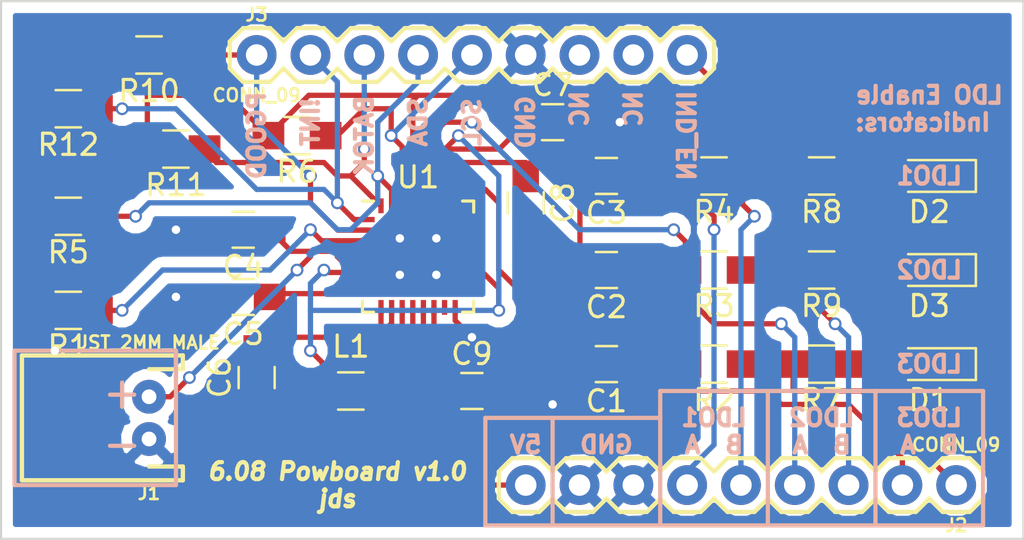
<source format=kicad_pcb>
(kicad_pcb (version 4) (host pcbnew 4.0.6)

  (general
    (links 73)
    (no_connects 0)
    (area 140.919999 86.175 189.280001 111.87618)
    (thickness 1.6)
    (drawings 43)
    (tracks 250)
    (zones 0)
    (modules 29)
    (nets 34)
  )

  (page A4)
  (layers
    (0 F.Cu signal)
    (31 B.Cu signal)
    (32 B.Adhes user)
    (33 F.Adhes user)
    (34 B.Paste user)
    (35 F.Paste user)
    (36 B.SilkS user)
    (37 F.SilkS user)
    (38 B.Mask user)
    (39 F.Mask user)
    (40 Dwgs.User user)
    (41 Cmts.User user)
    (42 Eco1.User user)
    (43 Eco2.User user)
    (44 Edge.Cuts user)
    (45 Margin user)
    (46 B.CrtYd user)
    (47 F.CrtYd user)
    (48 B.Fab user)
    (49 F.Fab user)
  )

  (setup
    (last_trace_width 0.25)
    (trace_clearance 0.2)
    (zone_clearance 0.508)
    (zone_45_only no)
    (trace_min 0.2)
    (segment_width 0.2)
    (edge_width 0.1)
    (via_size 0.6)
    (via_drill 0.4)
    (via_min_size 0.4)
    (via_min_drill 0.3)
    (uvia_size 0.3)
    (uvia_drill 0.1)
    (uvias_allowed no)
    (uvia_min_size 0.2)
    (uvia_min_drill 0.1)
    (pcb_text_width 0.3)
    (pcb_text_size 1.5 1.5)
    (mod_edge_width 0.15)
    (mod_text_size 1 1)
    (mod_text_width 0.15)
    (pad_size 1.5 1.5)
    (pad_drill 0.6)
    (pad_to_mask_clearance 0)
    (aux_axis_origin 0 0)
    (visible_elements FFFFFF7F)
    (pcbplotparams
      (layerselection 0x010f0_80000001)
      (usegerberextensions true)
      (excludeedgelayer true)
      (linewidth 0.100000)
      (plotframeref false)
      (viasonmask false)
      (mode 1)
      (useauxorigin false)
      (hpglpennumber 1)
      (hpglpenspeed 20)
      (hpglpendiameter 15)
      (hpglpenoverlay 2)
      (psnegative false)
      (psa4output false)
      (plotreference true)
      (plotvalue true)
      (plotinvisibletext false)
      (padsonsilk false)
      (subtractmaskfromsilk false)
      (outputformat 1)
      (mirror false)
      (drillshape 0)
      (scaleselection 1)
      (outputdirectory ""))
  )

  (net 0 "")
  (net 1 "Net-(C1-Pad1)")
  (net 2 GND)
  (net 3 "Net-(C2-Pad1)")
  (net 4 "Net-(C3-Pad1)")
  (net 5 "Net-(C4-Pad1)")
  (net 6 "Net-(C5-Pad1)")
  (net 7 "Net-(C6-Pad1)")
  (net 8 "Net-(C6-Pad2)")
  (net 9 "Net-(C8-Pad1)")
  (net 10 VCC)
  (net 11 "Net-(D1-Pad1)")
  (net 12 "Net-(D1-Pad2)")
  (net 13 "Net-(D2-Pad2)")
  (net 14 "Net-(D3-Pad2)")
  (net 15 "Net-(J3-Pad1)")
  (net 16 "Net-(J3-Pad2)")
  (net 17 "Net-(J3-Pad3)")
  (net 18 "Net-(J3-Pad4)")
  (net 19 "Net-(J3-Pad5)")
  (net 20 "Net-(J3-Pad7)")
  (net 21 "Net-(J3-Pad8)")
  (net 22 "Net-(L1-Pad2)")
  (net 23 "Net-(R1-Pad1)")
  (net 24 "Net-(U1-Pad15)")
  (net 25 "Net-(U1-Pad17)")
  (net 26 "Net-(U1-Pad20)")
  (net 27 "Net-(U1-Pad21)")
  (net 28 "Net-(U1-Pad22)")
  (net 29 "Net-(U1-Pad23)")
  (net 30 "Net-(U1-Pad24)")
  (net 31 "Net-(J2-Pad1)")
  (net 32 "Net-(J2-Pad3)")
  (net 33 "Net-(J2-Pad5)")

  (net_class Default "This is the default net class."
    (clearance 0.2)
    (trace_width 0.25)
    (via_dia 0.6)
    (via_drill 0.4)
    (uvia_dia 0.3)
    (uvia_drill 0.1)
    (add_net GND)
    (add_net "Net-(C1-Pad1)")
    (add_net "Net-(C2-Pad1)")
    (add_net "Net-(C3-Pad1)")
    (add_net "Net-(C4-Pad1)")
    (add_net "Net-(C5-Pad1)")
    (add_net "Net-(C6-Pad1)")
    (add_net "Net-(C6-Pad2)")
    (add_net "Net-(C8-Pad1)")
    (add_net "Net-(D1-Pad1)")
    (add_net "Net-(D1-Pad2)")
    (add_net "Net-(D2-Pad2)")
    (add_net "Net-(D3-Pad2)")
    (add_net "Net-(J2-Pad1)")
    (add_net "Net-(J2-Pad3)")
    (add_net "Net-(J2-Pad5)")
    (add_net "Net-(J3-Pad1)")
    (add_net "Net-(J3-Pad2)")
    (add_net "Net-(J3-Pad3)")
    (add_net "Net-(J3-Pad4)")
    (add_net "Net-(J3-Pad5)")
    (add_net "Net-(J3-Pad7)")
    (add_net "Net-(J3-Pad8)")
    (add_net "Net-(L1-Pad2)")
    (add_net "Net-(R1-Pad1)")
    (add_net "Net-(U1-Pad15)")
    (add_net "Net-(U1-Pad17)")
    (add_net "Net-(U1-Pad20)")
    (add_net "Net-(U1-Pad21)")
    (add_net "Net-(U1-Pad22)")
    (add_net "Net-(U1-Pad23)")
    (add_net "Net-(U1-Pad24)")
    (add_net VCC)
  )

  (module Capacitors_SMD:C_0805_HandSoldering (layer F.Cu) (tedit 58AA84A8) (tstamp 5A37027B)
    (at 169.545 103.505 180)
    (descr "Capacitor SMD 0805, hand soldering")
    (tags "capacitor 0805")
    (path /5A1E4131)
    (attr smd)
    (fp_text reference C1 (at 0 -1.75 180) (layer F.SilkS)
      (effects (font (size 1 1) (thickness 0.15)))
    )
    (fp_text value 1u (at 0 1.75 180) (layer F.Fab)
      (effects (font (size 1 1) (thickness 0.15)))
    )
    (fp_text user %R (at 0 -1.75 180) (layer F.Fab)
      (effects (font (size 1 1) (thickness 0.15)))
    )
    (fp_line (start -1 0.62) (end -1 -0.62) (layer F.Fab) (width 0.1))
    (fp_line (start 1 0.62) (end -1 0.62) (layer F.Fab) (width 0.1))
    (fp_line (start 1 -0.62) (end 1 0.62) (layer F.Fab) (width 0.1))
    (fp_line (start -1 -0.62) (end 1 -0.62) (layer F.Fab) (width 0.1))
    (fp_line (start 0.5 -0.85) (end -0.5 -0.85) (layer F.SilkS) (width 0.12))
    (fp_line (start -0.5 0.85) (end 0.5 0.85) (layer F.SilkS) (width 0.12))
    (fp_line (start -2.25 -0.88) (end 2.25 -0.88) (layer F.CrtYd) (width 0.05))
    (fp_line (start -2.25 -0.88) (end -2.25 0.87) (layer F.CrtYd) (width 0.05))
    (fp_line (start 2.25 0.87) (end 2.25 -0.88) (layer F.CrtYd) (width 0.05))
    (fp_line (start 2.25 0.87) (end -2.25 0.87) (layer F.CrtYd) (width 0.05))
    (pad 1 smd rect (at -1.25 0 180) (size 1.5 1.25) (layers F.Cu F.Paste F.Mask)
      (net 1 "Net-(C1-Pad1)"))
    (pad 2 smd rect (at 1.25 0 180) (size 1.5 1.25) (layers F.Cu F.Paste F.Mask)
      (net 2 GND))
    (model Capacitors_SMD.3dshapes/C_0805.wrl
      (at (xyz 0 0 0))
      (scale (xyz 1 1 1))
      (rotate (xyz 0 0 0))
    )
  )

  (module Capacitors_SMD:C_0805_HandSoldering (layer F.Cu) (tedit 58AA84A8) (tstamp 5A370281)
    (at 169.545 99.06 180)
    (descr "Capacitor SMD 0805, hand soldering")
    (tags "capacitor 0805")
    (path /5A1E422F)
    (attr smd)
    (fp_text reference C2 (at 0 -1.75 180) (layer F.SilkS)
      (effects (font (size 1 1) (thickness 0.15)))
    )
    (fp_text value 1u (at 0 1.75 180) (layer F.Fab)
      (effects (font (size 1 1) (thickness 0.15)))
    )
    (fp_text user %R (at 0 -1.75 180) (layer F.Fab)
      (effects (font (size 1 1) (thickness 0.15)))
    )
    (fp_line (start -1 0.62) (end -1 -0.62) (layer F.Fab) (width 0.1))
    (fp_line (start 1 0.62) (end -1 0.62) (layer F.Fab) (width 0.1))
    (fp_line (start 1 -0.62) (end 1 0.62) (layer F.Fab) (width 0.1))
    (fp_line (start -1 -0.62) (end 1 -0.62) (layer F.Fab) (width 0.1))
    (fp_line (start 0.5 -0.85) (end -0.5 -0.85) (layer F.SilkS) (width 0.12))
    (fp_line (start -0.5 0.85) (end 0.5 0.85) (layer F.SilkS) (width 0.12))
    (fp_line (start -2.25 -0.88) (end 2.25 -0.88) (layer F.CrtYd) (width 0.05))
    (fp_line (start -2.25 -0.88) (end -2.25 0.87) (layer F.CrtYd) (width 0.05))
    (fp_line (start 2.25 0.87) (end 2.25 -0.88) (layer F.CrtYd) (width 0.05))
    (fp_line (start 2.25 0.87) (end -2.25 0.87) (layer F.CrtYd) (width 0.05))
    (pad 1 smd rect (at -1.25 0 180) (size 1.5 1.25) (layers F.Cu F.Paste F.Mask)
      (net 3 "Net-(C2-Pad1)"))
    (pad 2 smd rect (at 1.25 0 180) (size 1.5 1.25) (layers F.Cu F.Paste F.Mask)
      (net 2 GND))
    (model Capacitors_SMD.3dshapes/C_0805.wrl
      (at (xyz 0 0 0))
      (scale (xyz 1 1 1))
      (rotate (xyz 0 0 0))
    )
  )

  (module Capacitors_SMD:C_0805_HandSoldering (layer F.Cu) (tedit 58AA84A8) (tstamp 5A370287)
    (at 169.545 94.615 180)
    (descr "Capacitor SMD 0805, hand soldering")
    (tags "capacitor 0805")
    (path /5A1E41B7)
    (attr smd)
    (fp_text reference C3 (at 0 -1.75 180) (layer F.SilkS)
      (effects (font (size 1 1) (thickness 0.15)))
    )
    (fp_text value 1u (at 0 1.75 180) (layer F.Fab)
      (effects (font (size 1 1) (thickness 0.15)))
    )
    (fp_text user %R (at 0 -1.75 180) (layer F.Fab)
      (effects (font (size 1 1) (thickness 0.15)))
    )
    (fp_line (start -1 0.62) (end -1 -0.62) (layer F.Fab) (width 0.1))
    (fp_line (start 1 0.62) (end -1 0.62) (layer F.Fab) (width 0.1))
    (fp_line (start 1 -0.62) (end 1 0.62) (layer F.Fab) (width 0.1))
    (fp_line (start -1 -0.62) (end 1 -0.62) (layer F.Fab) (width 0.1))
    (fp_line (start 0.5 -0.85) (end -0.5 -0.85) (layer F.SilkS) (width 0.12))
    (fp_line (start -0.5 0.85) (end 0.5 0.85) (layer F.SilkS) (width 0.12))
    (fp_line (start -2.25 -0.88) (end 2.25 -0.88) (layer F.CrtYd) (width 0.05))
    (fp_line (start -2.25 -0.88) (end -2.25 0.87) (layer F.CrtYd) (width 0.05))
    (fp_line (start 2.25 0.87) (end 2.25 -0.88) (layer F.CrtYd) (width 0.05))
    (fp_line (start 2.25 0.87) (end -2.25 0.87) (layer F.CrtYd) (width 0.05))
    (pad 1 smd rect (at -1.25 0 180) (size 1.5 1.25) (layers F.Cu F.Paste F.Mask)
      (net 4 "Net-(C3-Pad1)"))
    (pad 2 smd rect (at 1.25 0 180) (size 1.5 1.25) (layers F.Cu F.Paste F.Mask)
      (net 2 GND))
    (model Capacitors_SMD.3dshapes/C_0805.wrl
      (at (xyz 0 0 0))
      (scale (xyz 1 1 1))
      (rotate (xyz 0 0 0))
    )
  )

  (module Capacitors_SMD:C_0805_HandSoldering (layer F.Cu) (tedit 58AA84A8) (tstamp 5A37028D)
    (at 152.4 97.155 180)
    (descr "Capacitor SMD 0805, hand soldering")
    (tags "capacitor 0805")
    (path /5A1E3E24)
    (attr smd)
    (fp_text reference C4 (at 0 -1.75 180) (layer F.SilkS)
      (effects (font (size 1 1) (thickness 0.15)))
    )
    (fp_text value 10u (at 0 1.75 180) (layer F.Fab)
      (effects (font (size 1 1) (thickness 0.15)))
    )
    (fp_text user %R (at 0 -1.75 180) (layer F.Fab)
      (effects (font (size 1 1) (thickness 0.15)))
    )
    (fp_line (start -1 0.62) (end -1 -0.62) (layer F.Fab) (width 0.1))
    (fp_line (start 1 0.62) (end -1 0.62) (layer F.Fab) (width 0.1))
    (fp_line (start 1 -0.62) (end 1 0.62) (layer F.Fab) (width 0.1))
    (fp_line (start -1 -0.62) (end 1 -0.62) (layer F.Fab) (width 0.1))
    (fp_line (start 0.5 -0.85) (end -0.5 -0.85) (layer F.SilkS) (width 0.12))
    (fp_line (start -0.5 0.85) (end 0.5 0.85) (layer F.SilkS) (width 0.12))
    (fp_line (start -2.25 -0.88) (end 2.25 -0.88) (layer F.CrtYd) (width 0.05))
    (fp_line (start -2.25 -0.88) (end -2.25 0.87) (layer F.CrtYd) (width 0.05))
    (fp_line (start 2.25 0.87) (end 2.25 -0.88) (layer F.CrtYd) (width 0.05))
    (fp_line (start 2.25 0.87) (end -2.25 0.87) (layer F.CrtYd) (width 0.05))
    (pad 1 smd rect (at -1.25 0 180) (size 1.5 1.25) (layers F.Cu F.Paste F.Mask)
      (net 5 "Net-(C4-Pad1)"))
    (pad 2 smd rect (at 1.25 0 180) (size 1.5 1.25) (layers F.Cu F.Paste F.Mask)
      (net 2 GND))
    (model Capacitors_SMD.3dshapes/C_0805.wrl
      (at (xyz 0 0 0))
      (scale (xyz 1 1 1))
      (rotate (xyz 0 0 0))
    )
  )

  (module Capacitors_SMD:C_0805_HandSoldering (layer F.Cu) (tedit 58AA84A8) (tstamp 5A370293)
    (at 152.4 100.33 180)
    (descr "Capacitor SMD 0805, hand soldering")
    (tags "capacitor 0805")
    (path /5A1E5244)
    (attr smd)
    (fp_text reference C5 (at 0 -1.75 180) (layer F.SilkS)
      (effects (font (size 1 1) (thickness 0.15)))
    )
    (fp_text value 4.7u (at 0 1.75 180) (layer F.Fab)
      (effects (font (size 1 1) (thickness 0.15)))
    )
    (fp_text user %R (at 0 -1.75 180) (layer F.Fab)
      (effects (font (size 1 1) (thickness 0.15)))
    )
    (fp_line (start -1 0.62) (end -1 -0.62) (layer F.Fab) (width 0.1))
    (fp_line (start 1 0.62) (end -1 0.62) (layer F.Fab) (width 0.1))
    (fp_line (start 1 -0.62) (end 1 0.62) (layer F.Fab) (width 0.1))
    (fp_line (start -1 -0.62) (end 1 -0.62) (layer F.Fab) (width 0.1))
    (fp_line (start 0.5 -0.85) (end -0.5 -0.85) (layer F.SilkS) (width 0.12))
    (fp_line (start -0.5 0.85) (end 0.5 0.85) (layer F.SilkS) (width 0.12))
    (fp_line (start -2.25 -0.88) (end 2.25 -0.88) (layer F.CrtYd) (width 0.05))
    (fp_line (start -2.25 -0.88) (end -2.25 0.87) (layer F.CrtYd) (width 0.05))
    (fp_line (start 2.25 0.87) (end 2.25 -0.88) (layer F.CrtYd) (width 0.05))
    (fp_line (start 2.25 0.87) (end -2.25 0.87) (layer F.CrtYd) (width 0.05))
    (pad 1 smd rect (at -1.25 0 180) (size 1.5 1.25) (layers F.Cu F.Paste F.Mask)
      (net 6 "Net-(C5-Pad1)"))
    (pad 2 smd rect (at 1.25 0 180) (size 1.5 1.25) (layers F.Cu F.Paste F.Mask)
      (net 2 GND))
    (model Capacitors_SMD.3dshapes/C_0805.wrl
      (at (xyz 0 0 0))
      (scale (xyz 1 1 1))
      (rotate (xyz 0 0 0))
    )
  )

  (module Capacitors_SMD:C_0805_HandSoldering (layer F.Cu) (tedit 58AA84A8) (tstamp 5A370299)
    (at 153.035 104.14 90)
    (descr "Capacitor SMD 0805, hand soldering")
    (tags "capacitor 0805")
    (path /5A1E2728)
    (attr smd)
    (fp_text reference C6 (at 0 -1.75 90) (layer F.SilkS)
      (effects (font (size 1 1) (thickness 0.15)))
    )
    (fp_text value 10u (at 0 1.75 90) (layer F.Fab)
      (effects (font (size 1 1) (thickness 0.15)))
    )
    (fp_text user %R (at 0 -1.75 90) (layer F.Fab)
      (effects (font (size 1 1) (thickness 0.15)))
    )
    (fp_line (start -1 0.62) (end -1 -0.62) (layer F.Fab) (width 0.1))
    (fp_line (start 1 0.62) (end -1 0.62) (layer F.Fab) (width 0.1))
    (fp_line (start 1 -0.62) (end 1 0.62) (layer F.Fab) (width 0.1))
    (fp_line (start -1 -0.62) (end 1 -0.62) (layer F.Fab) (width 0.1))
    (fp_line (start 0.5 -0.85) (end -0.5 -0.85) (layer F.SilkS) (width 0.12))
    (fp_line (start -0.5 0.85) (end 0.5 0.85) (layer F.SilkS) (width 0.12))
    (fp_line (start -2.25 -0.88) (end 2.25 -0.88) (layer F.CrtYd) (width 0.05))
    (fp_line (start -2.25 -0.88) (end -2.25 0.87) (layer F.CrtYd) (width 0.05))
    (fp_line (start 2.25 0.87) (end 2.25 -0.88) (layer F.CrtYd) (width 0.05))
    (fp_line (start 2.25 0.87) (end -2.25 0.87) (layer F.CrtYd) (width 0.05))
    (pad 1 smd rect (at -1.25 0 90) (size 1.5 1.25) (layers F.Cu F.Paste F.Mask)
      (net 7 "Net-(C6-Pad1)"))
    (pad 2 smd rect (at 1.25 0 90) (size 1.5 1.25) (layers F.Cu F.Paste F.Mask)
      (net 8 "Net-(C6-Pad2)"))
    (model Capacitors_SMD.3dshapes/C_0805.wrl
      (at (xyz 0 0 0))
      (scale (xyz 1 1 1))
      (rotate (xyz 0 0 0))
    )
  )

  (module Capacitors_SMD:C_0805_HandSoldering (layer F.Cu) (tedit 58AA84A8) (tstamp 5A37029F)
    (at 167.005 92.075)
    (descr "Capacitor SMD 0805, hand soldering")
    (tags "capacitor 0805")
    (path /5A1EB184)
    (attr smd)
    (fp_text reference C7 (at 0 -1.75) (layer F.SilkS)
      (effects (font (size 1 1) (thickness 0.15)))
    )
    (fp_text value 1u (at 0 1.75) (layer F.Fab)
      (effects (font (size 1 1) (thickness 0.15)))
    )
    (fp_text user %R (at 0 -1.75) (layer F.Fab)
      (effects (font (size 1 1) (thickness 0.15)))
    )
    (fp_line (start -1 0.62) (end -1 -0.62) (layer F.Fab) (width 0.1))
    (fp_line (start 1 0.62) (end -1 0.62) (layer F.Fab) (width 0.1))
    (fp_line (start 1 -0.62) (end 1 0.62) (layer F.Fab) (width 0.1))
    (fp_line (start -1 -0.62) (end 1 -0.62) (layer F.Fab) (width 0.1))
    (fp_line (start 0.5 -0.85) (end -0.5 -0.85) (layer F.SilkS) (width 0.12))
    (fp_line (start -0.5 0.85) (end 0.5 0.85) (layer F.SilkS) (width 0.12))
    (fp_line (start -2.25 -0.88) (end 2.25 -0.88) (layer F.CrtYd) (width 0.05))
    (fp_line (start -2.25 -0.88) (end -2.25 0.87) (layer F.CrtYd) (width 0.05))
    (fp_line (start 2.25 0.87) (end 2.25 -0.88) (layer F.CrtYd) (width 0.05))
    (fp_line (start 2.25 0.87) (end -2.25 0.87) (layer F.CrtYd) (width 0.05))
    (pad 1 smd rect (at -1.25 0) (size 1.5 1.25) (layers F.Cu F.Paste F.Mask)
      (net 7 "Net-(C6-Pad1)"))
    (pad 2 smd rect (at 1.25 0) (size 1.5 1.25) (layers F.Cu F.Paste F.Mask)
      (net 2 GND))
    (model Capacitors_SMD.3dshapes/C_0805.wrl
      (at (xyz 0 0 0))
      (scale (xyz 1 1 1))
      (rotate (xyz 0 0 0))
    )
  )

  (module Capacitors_SMD:C_0805_HandSoldering (layer F.Cu) (tedit 58AA84A8) (tstamp 5A3702A5)
    (at 165.735 95.885 270)
    (descr "Capacitor SMD 0805, hand soldering")
    (tags "capacitor 0805")
    (path /5A1E52C6)
    (attr smd)
    (fp_text reference C8 (at 0 -1.75 270) (layer F.SilkS)
      (effects (font (size 1 1) (thickness 0.15)))
    )
    (fp_text value 2.2u (at 0 1.75 270) (layer F.Fab)
      (effects (font (size 1 1) (thickness 0.15)))
    )
    (fp_text user %R (at 0 -1.75 270) (layer F.Fab)
      (effects (font (size 1 1) (thickness 0.15)))
    )
    (fp_line (start -1 0.62) (end -1 -0.62) (layer F.Fab) (width 0.1))
    (fp_line (start 1 0.62) (end -1 0.62) (layer F.Fab) (width 0.1))
    (fp_line (start 1 -0.62) (end 1 0.62) (layer F.Fab) (width 0.1))
    (fp_line (start -1 -0.62) (end 1 -0.62) (layer F.Fab) (width 0.1))
    (fp_line (start 0.5 -0.85) (end -0.5 -0.85) (layer F.SilkS) (width 0.12))
    (fp_line (start -0.5 0.85) (end 0.5 0.85) (layer F.SilkS) (width 0.12))
    (fp_line (start -2.25 -0.88) (end 2.25 -0.88) (layer F.CrtYd) (width 0.05))
    (fp_line (start -2.25 -0.88) (end -2.25 0.87) (layer F.CrtYd) (width 0.05))
    (fp_line (start 2.25 0.87) (end 2.25 -0.88) (layer F.CrtYd) (width 0.05))
    (fp_line (start 2.25 0.87) (end -2.25 0.87) (layer F.CrtYd) (width 0.05))
    (pad 1 smd rect (at -1.25 0 270) (size 1.5 1.25) (layers F.Cu F.Paste F.Mask)
      (net 9 "Net-(C8-Pad1)"))
    (pad 2 smd rect (at 1.25 0 270) (size 1.5 1.25) (layers F.Cu F.Paste F.Mask)
      (net 2 GND))
    (model Capacitors_SMD.3dshapes/C_0805.wrl
      (at (xyz 0 0 0))
      (scale (xyz 1 1 1))
      (rotate (xyz 0 0 0))
    )
  )

  (module Capacitors_SMD:C_0805_HandSoldering (layer F.Cu) (tedit 58AA84A8) (tstamp 5A3702AB)
    (at 163.195 104.775)
    (descr "Capacitor SMD 0805, hand soldering")
    (tags "capacitor 0805")
    (path /5A1E258F)
    (attr smd)
    (fp_text reference C9 (at 0 -1.75) (layer F.SilkS)
      (effects (font (size 1 1) (thickness 0.15)))
    )
    (fp_text value 2.2u (at 0 1.75) (layer F.Fab)
      (effects (font (size 1 1) (thickness 0.15)))
    )
    (fp_text user %R (at 0 -1.75) (layer F.Fab)
      (effects (font (size 1 1) (thickness 0.15)))
    )
    (fp_line (start -1 0.62) (end -1 -0.62) (layer F.Fab) (width 0.1))
    (fp_line (start 1 0.62) (end -1 0.62) (layer F.Fab) (width 0.1))
    (fp_line (start 1 -0.62) (end 1 0.62) (layer F.Fab) (width 0.1))
    (fp_line (start -1 -0.62) (end 1 -0.62) (layer F.Fab) (width 0.1))
    (fp_line (start 0.5 -0.85) (end -0.5 -0.85) (layer F.SilkS) (width 0.12))
    (fp_line (start -0.5 0.85) (end 0.5 0.85) (layer F.SilkS) (width 0.12))
    (fp_line (start -2.25 -0.88) (end 2.25 -0.88) (layer F.CrtYd) (width 0.05))
    (fp_line (start -2.25 -0.88) (end -2.25 0.87) (layer F.CrtYd) (width 0.05))
    (fp_line (start 2.25 0.87) (end 2.25 -0.88) (layer F.CrtYd) (width 0.05))
    (fp_line (start 2.25 0.87) (end -2.25 0.87) (layer F.CrtYd) (width 0.05))
    (pad 1 smd rect (at -1.25 0) (size 1.5 1.25) (layers F.Cu F.Paste F.Mask)
      (net 10 VCC))
    (pad 2 smd rect (at 1.25 0) (size 1.5 1.25) (layers F.Cu F.Paste F.Mask)
      (net 2 GND))
    (model Capacitors_SMD.3dshapes/C_0805.wrl
      (at (xyz 0 0 0))
      (scale (xyz 1 1 1))
      (rotate (xyz 0 0 0))
    )
  )

  (module LEDs:LED_0805_HandSoldering (layer F.Cu) (tedit 595FCA25) (tstamp 5A3702B1)
    (at 184.785 103.505 180)
    (descr "Resistor SMD 0805, hand soldering")
    (tags "resistor 0805")
    (path /5A36FA5C)
    (attr smd)
    (fp_text reference D1 (at 0 -1.7 180) (layer F.SilkS)
      (effects (font (size 1 1) (thickness 0.15)))
    )
    (fp_text value LED (at 0 1.75 180) (layer F.Fab)
      (effects (font (size 1 1) (thickness 0.15)))
    )
    (fp_line (start -0.4 -0.4) (end -0.4 0.4) (layer F.Fab) (width 0.1))
    (fp_line (start -0.4 0) (end 0.2 -0.4) (layer F.Fab) (width 0.1))
    (fp_line (start 0.2 0.4) (end -0.4 0) (layer F.Fab) (width 0.1))
    (fp_line (start 0.2 -0.4) (end 0.2 0.4) (layer F.Fab) (width 0.1))
    (fp_line (start -1 0.62) (end -1 -0.62) (layer F.Fab) (width 0.1))
    (fp_line (start 1 0.62) (end -1 0.62) (layer F.Fab) (width 0.1))
    (fp_line (start 1 -0.62) (end 1 0.62) (layer F.Fab) (width 0.1))
    (fp_line (start -1 -0.62) (end 1 -0.62) (layer F.Fab) (width 0.1))
    (fp_line (start 1 0.75) (end -2.2 0.75) (layer F.SilkS) (width 0.12))
    (fp_line (start -2.2 -0.75) (end 1 -0.75) (layer F.SilkS) (width 0.12))
    (fp_line (start -2.35 -0.9) (end 2.35 -0.9) (layer F.CrtYd) (width 0.05))
    (fp_line (start -2.35 -0.9) (end -2.35 0.9) (layer F.CrtYd) (width 0.05))
    (fp_line (start 2.35 0.9) (end 2.35 -0.9) (layer F.CrtYd) (width 0.05))
    (fp_line (start 2.35 0.9) (end -2.35 0.9) (layer F.CrtYd) (width 0.05))
    (fp_line (start -2.2 -0.75) (end -2.2 0.75) (layer F.SilkS) (width 0.12))
    (pad 1 smd rect (at -1.35 0 180) (size 1.5 1.3) (layers F.Cu F.Paste F.Mask)
      (net 11 "Net-(D1-Pad1)"))
    (pad 2 smd rect (at 1.35 0 180) (size 1.5 1.3) (layers F.Cu F.Paste F.Mask)
      (net 12 "Net-(D1-Pad2)"))
    (model ${KISYS3DMOD}/LEDs.3dshapes/LED_0805.wrl
      (at (xyz 0 0 0))
      (scale (xyz 1 1 1))
      (rotate (xyz 0 0 0))
    )
  )

  (module LEDs:LED_0805_HandSoldering (layer F.Cu) (tedit 595FCA25) (tstamp 5A3702B7)
    (at 184.785 94.615 180)
    (descr "Resistor SMD 0805, hand soldering")
    (tags "resistor 0805")
    (path /5A37201C)
    (attr smd)
    (fp_text reference D2 (at 0 -1.7 180) (layer F.SilkS)
      (effects (font (size 1 1) (thickness 0.15)))
    )
    (fp_text value LED (at 0 1.75 180) (layer F.Fab)
      (effects (font (size 1 1) (thickness 0.15)))
    )
    (fp_line (start -0.4 -0.4) (end -0.4 0.4) (layer F.Fab) (width 0.1))
    (fp_line (start -0.4 0) (end 0.2 -0.4) (layer F.Fab) (width 0.1))
    (fp_line (start 0.2 0.4) (end -0.4 0) (layer F.Fab) (width 0.1))
    (fp_line (start 0.2 -0.4) (end 0.2 0.4) (layer F.Fab) (width 0.1))
    (fp_line (start -1 0.62) (end -1 -0.62) (layer F.Fab) (width 0.1))
    (fp_line (start 1 0.62) (end -1 0.62) (layer F.Fab) (width 0.1))
    (fp_line (start 1 -0.62) (end 1 0.62) (layer F.Fab) (width 0.1))
    (fp_line (start -1 -0.62) (end 1 -0.62) (layer F.Fab) (width 0.1))
    (fp_line (start 1 0.75) (end -2.2 0.75) (layer F.SilkS) (width 0.12))
    (fp_line (start -2.2 -0.75) (end 1 -0.75) (layer F.SilkS) (width 0.12))
    (fp_line (start -2.35 -0.9) (end 2.35 -0.9) (layer F.CrtYd) (width 0.05))
    (fp_line (start -2.35 -0.9) (end -2.35 0.9) (layer F.CrtYd) (width 0.05))
    (fp_line (start 2.35 0.9) (end 2.35 -0.9) (layer F.CrtYd) (width 0.05))
    (fp_line (start 2.35 0.9) (end -2.35 0.9) (layer F.CrtYd) (width 0.05))
    (fp_line (start -2.2 -0.75) (end -2.2 0.75) (layer F.SilkS) (width 0.12))
    (pad 1 smd rect (at -1.35 0 180) (size 1.5 1.3) (layers F.Cu F.Paste F.Mask)
      (net 11 "Net-(D1-Pad1)"))
    (pad 2 smd rect (at 1.35 0 180) (size 1.5 1.3) (layers F.Cu F.Paste F.Mask)
      (net 13 "Net-(D2-Pad2)"))
    (model ${KISYS3DMOD}/LEDs.3dshapes/LED_0805.wrl
      (at (xyz 0 0 0))
      (scale (xyz 1 1 1))
      (rotate (xyz 0 0 0))
    )
  )

  (module LEDs:LED_0805_HandSoldering (layer F.Cu) (tedit 595FCA25) (tstamp 5A3702BD)
    (at 184.785 99.06 180)
    (descr "Resistor SMD 0805, hand soldering")
    (tags "resistor 0805")
    (path /5A372078)
    (attr smd)
    (fp_text reference D3 (at 0 -1.7 180) (layer F.SilkS)
      (effects (font (size 1 1) (thickness 0.15)))
    )
    (fp_text value LED (at 0 1.75 180) (layer F.Fab)
      (effects (font (size 1 1) (thickness 0.15)))
    )
    (fp_line (start -0.4 -0.4) (end -0.4 0.4) (layer F.Fab) (width 0.1))
    (fp_line (start -0.4 0) (end 0.2 -0.4) (layer F.Fab) (width 0.1))
    (fp_line (start 0.2 0.4) (end -0.4 0) (layer F.Fab) (width 0.1))
    (fp_line (start 0.2 -0.4) (end 0.2 0.4) (layer F.Fab) (width 0.1))
    (fp_line (start -1 0.62) (end -1 -0.62) (layer F.Fab) (width 0.1))
    (fp_line (start 1 0.62) (end -1 0.62) (layer F.Fab) (width 0.1))
    (fp_line (start 1 -0.62) (end 1 0.62) (layer F.Fab) (width 0.1))
    (fp_line (start -1 -0.62) (end 1 -0.62) (layer F.Fab) (width 0.1))
    (fp_line (start 1 0.75) (end -2.2 0.75) (layer F.SilkS) (width 0.12))
    (fp_line (start -2.2 -0.75) (end 1 -0.75) (layer F.SilkS) (width 0.12))
    (fp_line (start -2.35 -0.9) (end 2.35 -0.9) (layer F.CrtYd) (width 0.05))
    (fp_line (start -2.35 -0.9) (end -2.35 0.9) (layer F.CrtYd) (width 0.05))
    (fp_line (start 2.35 0.9) (end 2.35 -0.9) (layer F.CrtYd) (width 0.05))
    (fp_line (start 2.35 0.9) (end -2.35 0.9) (layer F.CrtYd) (width 0.05))
    (fp_line (start -2.2 -0.75) (end -2.2 0.75) (layer F.SilkS) (width 0.12))
    (pad 1 smd rect (at -1.35 0 180) (size 1.5 1.3) (layers F.Cu F.Paste F.Mask)
      (net 11 "Net-(D1-Pad1)"))
    (pad 2 smd rect (at 1.35 0 180) (size 1.5 1.3) (layers F.Cu F.Paste F.Mask)
      (net 14 "Net-(D3-Pad2)"))
    (model ${KISYS3DMOD}/LEDs.3dshapes/LED_0805.wrl
      (at (xyz 0 0 0))
      (scale (xyz 1 1 1))
      (rotate (xyz 0 0 0))
    )
  )

  (module Connectors:JST-2-PTH (layer F.Cu) (tedit 200000) (tstamp 5A3702C3)
    (at 147.955 106.045 90)
    (descr "JST 2 PIN RIGHT ANGLE PLATED THROUGH  HOLE")
    (tags "JST 2 PIN RIGHT ANGLE PLATED THROUGH  HOLE")
    (path /5A1E2462)
    (attr virtual)
    (fp_text reference J1 (at -3.556 0 180) (layer F.SilkS)
      (effects (font (size 0.6096 0.6096) (thickness 0.127)))
    )
    (fp_text value JST_2MM_MALE (at 3.556 0 180) (layer F.SilkS)
      (effects (font (size 0.6096 0.6096) (thickness 0.127)))
    )
    (fp_line (start -2.94894 1.59766) (end -2.94894 -5.99948) (layer F.SilkS) (width 0.2032))
    (fp_line (start -2.94894 -5.99948) (end 2.94894 -5.99948) (layer F.SilkS) (width 0.2032))
    (fp_line (start 2.94894 -5.99948) (end 2.94894 1.59766) (layer F.SilkS) (width 0.2032))
    (fp_line (start -2.94894 1.59766) (end -2.2987 1.59766) (layer F.SilkS) (width 0.2032))
    (fp_line (start 2.94894 1.59766) (end 2.2987 1.59766) (layer F.SilkS) (width 0.2032))
    (fp_line (start -2.2987 1.59766) (end -2.2987 0) (layer F.SilkS) (width 0.2032))
    (fp_line (start 2.2987 1.59766) (end 2.2987 0) (layer F.SilkS) (width 0.2032))
    (fp_text user + (at 1.23444 -1.3335 90) (layer Dwgs.User)
      (effects (font (size 1.27 1.27) (thickness 0.1016)))
    )
    (fp_text user - (at -0.76454 -1.3335 90) (layer Dwgs.User)
      (effects (font (size 1.27 1.27) (thickness 0.1016)))
    )
    (pad 1 thru_hole circle (at -0.99822 0 90) (size 1.59766 1.59766) (drill 0.6985) (layers *.Cu *.Mask)
      (net 2 GND) (solder_mask_margin 0.1016))
    (pad 2 thru_hole circle (at 0.99822 0 90) (size 1.59766 1.59766) (drill 0.6985) (layers *.Cu *.Mask)
      (net 5 "Net-(C4-Pad1)") (solder_mask_margin 0.1016))
  )

  (module Connectors:1X09 (layer F.Cu) (tedit 5963D769) (tstamp 5A3702D0)
    (at 186.055 109.22 180)
    (descr "PLATED THROUGH HOLE -9 PIN")
    (tags "PLATED THROUGH HOLE -9 PIN")
    (path /5A370CB8)
    (attr virtual)
    (fp_text reference J2 (at 0 -1.905 180) (layer F.SilkS)
      (effects (font (size 0.6096 0.6096) (thickness 0.127)))
    )
    (fp_text value CONN_09 (at 0 1.905 180) (layer F.SilkS)
      (effects (font (size 0.6096 0.6096) (thickness 0.127)))
    )
    (fp_line (start 14.605 -1.27) (end 15.875 -1.27) (layer F.SilkS) (width 0.2032))
    (fp_line (start 15.875 -1.27) (end 16.51 -0.635) (layer F.SilkS) (width 0.2032))
    (fp_line (start 16.51 0.635) (end 15.875 1.27) (layer F.SilkS) (width 0.2032))
    (fp_line (start 11.43 -0.635) (end 12.065 -1.27) (layer F.SilkS) (width 0.2032))
    (fp_line (start 12.065 -1.27) (end 13.335 -1.27) (layer F.SilkS) (width 0.2032))
    (fp_line (start 13.335 -1.27) (end 13.97 -0.635) (layer F.SilkS) (width 0.2032))
    (fp_line (start 13.97 0.635) (end 13.335 1.27) (layer F.SilkS) (width 0.2032))
    (fp_line (start 13.335 1.27) (end 12.065 1.27) (layer F.SilkS) (width 0.2032))
    (fp_line (start 12.065 1.27) (end 11.43 0.635) (layer F.SilkS) (width 0.2032))
    (fp_line (start 14.605 -1.27) (end 13.97 -0.635) (layer F.SilkS) (width 0.2032))
    (fp_line (start 13.97 0.635) (end 14.605 1.27) (layer F.SilkS) (width 0.2032))
    (fp_line (start 15.875 1.27) (end 14.605 1.27) (layer F.SilkS) (width 0.2032))
    (fp_line (start 6.985 -1.27) (end 8.255 -1.27) (layer F.SilkS) (width 0.2032))
    (fp_line (start 8.255 -1.27) (end 8.89 -0.635) (layer F.SilkS) (width 0.2032))
    (fp_line (start 8.89 0.635) (end 8.255 1.27) (layer F.SilkS) (width 0.2032))
    (fp_line (start 8.89 -0.635) (end 9.525 -1.27) (layer F.SilkS) (width 0.2032))
    (fp_line (start 9.525 -1.27) (end 10.795 -1.27) (layer F.SilkS) (width 0.2032))
    (fp_line (start 10.795 -1.27) (end 11.43 -0.635) (layer F.SilkS) (width 0.2032))
    (fp_line (start 11.43 0.635) (end 10.795 1.27) (layer F.SilkS) (width 0.2032))
    (fp_line (start 10.795 1.27) (end 9.525 1.27) (layer F.SilkS) (width 0.2032))
    (fp_line (start 9.525 1.27) (end 8.89 0.635) (layer F.SilkS) (width 0.2032))
    (fp_line (start 3.81 -0.635) (end 4.445 -1.27) (layer F.SilkS) (width 0.2032))
    (fp_line (start 4.445 -1.27) (end 5.715 -1.27) (layer F.SilkS) (width 0.2032))
    (fp_line (start 5.715 -1.27) (end 6.35 -0.635) (layer F.SilkS) (width 0.2032))
    (fp_line (start 6.35 0.635) (end 5.715 1.27) (layer F.SilkS) (width 0.2032))
    (fp_line (start 5.715 1.27) (end 4.445 1.27) (layer F.SilkS) (width 0.2032))
    (fp_line (start 4.445 1.27) (end 3.81 0.635) (layer F.SilkS) (width 0.2032))
    (fp_line (start 6.985 -1.27) (end 6.35 -0.635) (layer F.SilkS) (width 0.2032))
    (fp_line (start 6.35 0.635) (end 6.985 1.27) (layer F.SilkS) (width 0.2032))
    (fp_line (start 8.255 1.27) (end 6.985 1.27) (layer F.SilkS) (width 0.2032))
    (fp_line (start -0.635 -1.27) (end 0.635 -1.27) (layer F.SilkS) (width 0.2032))
    (fp_line (start 0.635 -1.27) (end 1.27 -0.635) (layer F.SilkS) (width 0.2032))
    (fp_line (start 1.27 0.635) (end 0.635 1.27) (layer F.SilkS) (width 0.2032))
    (fp_line (start 1.27 -0.635) (end 1.905 -1.27) (layer F.SilkS) (width 0.2032))
    (fp_line (start 1.905 -1.27) (end 3.175 -1.27) (layer F.SilkS) (width 0.2032))
    (fp_line (start 3.175 -1.27) (end 3.81 -0.635) (layer F.SilkS) (width 0.2032))
    (fp_line (start 3.81 0.635) (end 3.175 1.27) (layer F.SilkS) (width 0.2032))
    (fp_line (start 3.175 1.27) (end 1.905 1.27) (layer F.SilkS) (width 0.2032))
    (fp_line (start 1.905 1.27) (end 1.27 0.635) (layer F.SilkS) (width 0.2032))
    (fp_line (start -1.27 -0.635) (end -1.27 0.635) (layer F.SilkS) (width 0.2032))
    (fp_line (start -0.635 -1.27) (end -1.27 -0.635) (layer F.SilkS) (width 0.2032))
    (fp_line (start -1.27 0.635) (end -0.635 1.27) (layer F.SilkS) (width 0.2032))
    (fp_line (start 0.635 1.27) (end -0.635 1.27) (layer F.SilkS) (width 0.2032))
    (fp_line (start 17.145 -1.27) (end 18.415 -1.27) (layer F.SilkS) (width 0.2032))
    (fp_line (start 18.415 -1.27) (end 19.05 -0.635) (layer F.SilkS) (width 0.2032))
    (fp_line (start 19.05 0.635) (end 18.415 1.27) (layer F.SilkS) (width 0.2032))
    (fp_line (start 17.145 -1.27) (end 16.51 -0.635) (layer F.SilkS) (width 0.2032))
    (fp_line (start 16.51 0.635) (end 17.145 1.27) (layer F.SilkS) (width 0.2032))
    (fp_line (start 18.415 1.27) (end 17.145 1.27) (layer F.SilkS) (width 0.2032))
    (fp_line (start 19.685 -1.27) (end 20.955 -1.27) (layer F.SilkS) (width 0.2032))
    (fp_line (start 20.955 -1.27) (end 21.59 -0.635) (layer F.SilkS) (width 0.2032))
    (fp_line (start 21.59 0.635) (end 20.955 1.27) (layer F.SilkS) (width 0.2032))
    (fp_line (start 19.685 -1.27) (end 19.05 -0.635) (layer F.SilkS) (width 0.2032))
    (fp_line (start 19.05 0.635) (end 19.685 1.27) (layer F.SilkS) (width 0.2032))
    (fp_line (start 20.955 1.27) (end 19.685 1.27) (layer F.SilkS) (width 0.2032))
    (fp_line (start 21.59 -0.635) (end 21.59 0.635) (layer F.SilkS) (width 0.2032))
    (pad 1 thru_hole circle (at 0 0 180) (size 1.8796 1.8796) (drill 1.016) (layers *.Cu *.Mask)
      (net 31 "Net-(J2-Pad1)") (solder_mask_margin 0.1016))
    (pad 2 thru_hole circle (at 2.54 0 180) (size 1.8796 1.8796) (drill 1.016) (layers *.Cu *.Mask)
      (net 1 "Net-(C1-Pad1)") (solder_mask_margin 0.1016))
    (pad 3 thru_hole circle (at 5.08 0 180) (size 1.8796 1.8796) (drill 1.016) (layers *.Cu *.Mask)
      (net 32 "Net-(J2-Pad3)") (solder_mask_margin 0.1016))
    (pad 4 thru_hole circle (at 7.62 0 180) (size 1.8796 1.8796) (drill 1.016) (layers *.Cu *.Mask)
      (net 3 "Net-(C2-Pad1)") (solder_mask_margin 0.1016))
    (pad 5 thru_hole circle (at 10.16 0 180) (size 1.8796 1.8796) (drill 1.016) (layers *.Cu *.Mask)
      (net 33 "Net-(J2-Pad5)") (solder_mask_margin 0.1016))
    (pad 6 thru_hole circle (at 12.7 0 180) (size 1.8796 1.8796) (drill 1.016) (layers *.Cu *.Mask)
      (net 4 "Net-(C3-Pad1)") (solder_mask_margin 0.1016))
    (pad 7 thru_hole circle (at 15.24 0 180) (size 1.8796 1.8796) (drill 1.016) (layers *.Cu *.Mask)
      (net 2 GND) (solder_mask_margin 0.1016))
    (pad 8 thru_hole circle (at 17.78 0 180) (size 1.8796 1.8796) (drill 1.016) (layers *.Cu *.Mask)
      (net 2 GND) (solder_mask_margin 0.1016))
    (pad 9 thru_hole circle (at 20.32 0 180) (size 1.8796 1.8796) (drill 1.016) (layers *.Cu *.Mask)
      (net 10 VCC) (solder_mask_margin 0.1016))
  )

  (module Connectors:1X09 (layer F.Cu) (tedit 5963D769) (tstamp 5A3702DD)
    (at 153.035 88.9)
    (descr "PLATED THROUGH HOLE -9 PIN")
    (tags "PLATED THROUGH HOLE -9 PIN")
    (path /5A370BF9)
    (attr virtual)
    (fp_text reference J3 (at 0 -1.905) (layer F.SilkS)
      (effects (font (size 0.6096 0.6096) (thickness 0.127)))
    )
    (fp_text value CONN_09 (at 0 1.905) (layer F.SilkS)
      (effects (font (size 0.6096 0.6096) (thickness 0.127)))
    )
    (fp_line (start 14.605 -1.27) (end 15.875 -1.27) (layer F.SilkS) (width 0.2032))
    (fp_line (start 15.875 -1.27) (end 16.51 -0.635) (layer F.SilkS) (width 0.2032))
    (fp_line (start 16.51 0.635) (end 15.875 1.27) (layer F.SilkS) (width 0.2032))
    (fp_line (start 11.43 -0.635) (end 12.065 -1.27) (layer F.SilkS) (width 0.2032))
    (fp_line (start 12.065 -1.27) (end 13.335 -1.27) (layer F.SilkS) (width 0.2032))
    (fp_line (start 13.335 -1.27) (end 13.97 -0.635) (layer F.SilkS) (width 0.2032))
    (fp_line (start 13.97 0.635) (end 13.335 1.27) (layer F.SilkS) (width 0.2032))
    (fp_line (start 13.335 1.27) (end 12.065 1.27) (layer F.SilkS) (width 0.2032))
    (fp_line (start 12.065 1.27) (end 11.43 0.635) (layer F.SilkS) (width 0.2032))
    (fp_line (start 14.605 -1.27) (end 13.97 -0.635) (layer F.SilkS) (width 0.2032))
    (fp_line (start 13.97 0.635) (end 14.605 1.27) (layer F.SilkS) (width 0.2032))
    (fp_line (start 15.875 1.27) (end 14.605 1.27) (layer F.SilkS) (width 0.2032))
    (fp_line (start 6.985 -1.27) (end 8.255 -1.27) (layer F.SilkS) (width 0.2032))
    (fp_line (start 8.255 -1.27) (end 8.89 -0.635) (layer F.SilkS) (width 0.2032))
    (fp_line (start 8.89 0.635) (end 8.255 1.27) (layer F.SilkS) (width 0.2032))
    (fp_line (start 8.89 -0.635) (end 9.525 -1.27) (layer F.SilkS) (width 0.2032))
    (fp_line (start 9.525 -1.27) (end 10.795 -1.27) (layer F.SilkS) (width 0.2032))
    (fp_line (start 10.795 -1.27) (end 11.43 -0.635) (layer F.SilkS) (width 0.2032))
    (fp_line (start 11.43 0.635) (end 10.795 1.27) (layer F.SilkS) (width 0.2032))
    (fp_line (start 10.795 1.27) (end 9.525 1.27) (layer F.SilkS) (width 0.2032))
    (fp_line (start 9.525 1.27) (end 8.89 0.635) (layer F.SilkS) (width 0.2032))
    (fp_line (start 3.81 -0.635) (end 4.445 -1.27) (layer F.SilkS) (width 0.2032))
    (fp_line (start 4.445 -1.27) (end 5.715 -1.27) (layer F.SilkS) (width 0.2032))
    (fp_line (start 5.715 -1.27) (end 6.35 -0.635) (layer F.SilkS) (width 0.2032))
    (fp_line (start 6.35 0.635) (end 5.715 1.27) (layer F.SilkS) (width 0.2032))
    (fp_line (start 5.715 1.27) (end 4.445 1.27) (layer F.SilkS) (width 0.2032))
    (fp_line (start 4.445 1.27) (end 3.81 0.635) (layer F.SilkS) (width 0.2032))
    (fp_line (start 6.985 -1.27) (end 6.35 -0.635) (layer F.SilkS) (width 0.2032))
    (fp_line (start 6.35 0.635) (end 6.985 1.27) (layer F.SilkS) (width 0.2032))
    (fp_line (start 8.255 1.27) (end 6.985 1.27) (layer F.SilkS) (width 0.2032))
    (fp_line (start -0.635 -1.27) (end 0.635 -1.27) (layer F.SilkS) (width 0.2032))
    (fp_line (start 0.635 -1.27) (end 1.27 -0.635) (layer F.SilkS) (width 0.2032))
    (fp_line (start 1.27 0.635) (end 0.635 1.27) (layer F.SilkS) (width 0.2032))
    (fp_line (start 1.27 -0.635) (end 1.905 -1.27) (layer F.SilkS) (width 0.2032))
    (fp_line (start 1.905 -1.27) (end 3.175 -1.27) (layer F.SilkS) (width 0.2032))
    (fp_line (start 3.175 -1.27) (end 3.81 -0.635) (layer F.SilkS) (width 0.2032))
    (fp_line (start 3.81 0.635) (end 3.175 1.27) (layer F.SilkS) (width 0.2032))
    (fp_line (start 3.175 1.27) (end 1.905 1.27) (layer F.SilkS) (width 0.2032))
    (fp_line (start 1.905 1.27) (end 1.27 0.635) (layer F.SilkS) (width 0.2032))
    (fp_line (start -1.27 -0.635) (end -1.27 0.635) (layer F.SilkS) (width 0.2032))
    (fp_line (start -0.635 -1.27) (end -1.27 -0.635) (layer F.SilkS) (width 0.2032))
    (fp_line (start -1.27 0.635) (end -0.635 1.27) (layer F.SilkS) (width 0.2032))
    (fp_line (start 0.635 1.27) (end -0.635 1.27) (layer F.SilkS) (width 0.2032))
    (fp_line (start 17.145 -1.27) (end 18.415 -1.27) (layer F.SilkS) (width 0.2032))
    (fp_line (start 18.415 -1.27) (end 19.05 -0.635) (layer F.SilkS) (width 0.2032))
    (fp_line (start 19.05 0.635) (end 18.415 1.27) (layer F.SilkS) (width 0.2032))
    (fp_line (start 17.145 -1.27) (end 16.51 -0.635) (layer F.SilkS) (width 0.2032))
    (fp_line (start 16.51 0.635) (end 17.145 1.27) (layer F.SilkS) (width 0.2032))
    (fp_line (start 18.415 1.27) (end 17.145 1.27) (layer F.SilkS) (width 0.2032))
    (fp_line (start 19.685 -1.27) (end 20.955 -1.27) (layer F.SilkS) (width 0.2032))
    (fp_line (start 20.955 -1.27) (end 21.59 -0.635) (layer F.SilkS) (width 0.2032))
    (fp_line (start 21.59 0.635) (end 20.955 1.27) (layer F.SilkS) (width 0.2032))
    (fp_line (start 19.685 -1.27) (end 19.05 -0.635) (layer F.SilkS) (width 0.2032))
    (fp_line (start 19.05 0.635) (end 19.685 1.27) (layer F.SilkS) (width 0.2032))
    (fp_line (start 20.955 1.27) (end 19.685 1.27) (layer F.SilkS) (width 0.2032))
    (fp_line (start 21.59 -0.635) (end 21.59 0.635) (layer F.SilkS) (width 0.2032))
    (pad 1 thru_hole circle (at 0 0) (size 1.8796 1.8796) (drill 1.016) (layers *.Cu *.Mask)
      (net 15 "Net-(J3-Pad1)") (solder_mask_margin 0.1016))
    (pad 2 thru_hole circle (at 2.54 0) (size 1.8796 1.8796) (drill 1.016) (layers *.Cu *.Mask)
      (net 16 "Net-(J3-Pad2)") (solder_mask_margin 0.1016))
    (pad 3 thru_hole circle (at 5.08 0) (size 1.8796 1.8796) (drill 1.016) (layers *.Cu *.Mask)
      (net 17 "Net-(J3-Pad3)") (solder_mask_margin 0.1016))
    (pad 4 thru_hole circle (at 7.62 0) (size 1.8796 1.8796) (drill 1.016) (layers *.Cu *.Mask)
      (net 18 "Net-(J3-Pad4)") (solder_mask_margin 0.1016))
    (pad 5 thru_hole circle (at 10.16 0) (size 1.8796 1.8796) (drill 1.016) (layers *.Cu *.Mask)
      (net 19 "Net-(J3-Pad5)") (solder_mask_margin 0.1016))
    (pad 6 thru_hole circle (at 12.7 0) (size 1.8796 1.8796) (drill 1.016) (layers *.Cu *.Mask)
      (net 2 GND) (solder_mask_margin 0.1016))
    (pad 7 thru_hole circle (at 15.24 0) (size 1.8796 1.8796) (drill 1.016) (layers *.Cu *.Mask)
      (net 20 "Net-(J3-Pad7)") (solder_mask_margin 0.1016))
    (pad 8 thru_hole circle (at 17.78 0) (size 1.8796 1.8796) (drill 1.016) (layers *.Cu *.Mask)
      (net 21 "Net-(J3-Pad8)") (solder_mask_margin 0.1016))
    (pad 9 thru_hole circle (at 20.32 0) (size 1.8796 1.8796) (drill 1.016) (layers *.Cu *.Mask)
      (net 11 "Net-(D1-Pad1)") (solder_mask_margin 0.1016))
  )

  (module Inductors_SMD:L_0805_HandSoldering (layer F.Cu) (tedit 58307B90) (tstamp 5A3702E3)
    (at 157.48 104.775)
    (descr "Resistor SMD 0805, hand soldering")
    (tags "resistor 0805")
    (path /5A1E26A6)
    (attr smd)
    (fp_text reference L1 (at 0 -2.1) (layer F.SilkS)
      (effects (font (size 1 1) (thickness 0.15)))
    )
    (fp_text value 1.5u (at 0 2.1) (layer F.Fab)
      (effects (font (size 1 1) (thickness 0.15)))
    )
    (fp_text user %R (at 0 0) (layer F.Fab)
      (effects (font (size 0.5 0.5) (thickness 0.075)))
    )
    (fp_line (start -1 0.62) (end -1 -0.62) (layer F.Fab) (width 0.1))
    (fp_line (start 1 0.62) (end -1 0.62) (layer F.Fab) (width 0.1))
    (fp_line (start 1 -0.62) (end 1 0.62) (layer F.Fab) (width 0.1))
    (fp_line (start -1 -0.62) (end 1 -0.62) (layer F.Fab) (width 0.1))
    (fp_line (start -2.4 -1) (end 2.4 -1) (layer F.CrtYd) (width 0.05))
    (fp_line (start -2.4 1) (end 2.4 1) (layer F.CrtYd) (width 0.05))
    (fp_line (start -2.4 -1) (end -2.4 1) (layer F.CrtYd) (width 0.05))
    (fp_line (start 2.4 -1) (end 2.4 1) (layer F.CrtYd) (width 0.05))
    (fp_line (start 0.6 0.88) (end -0.6 0.88) (layer F.SilkS) (width 0.12))
    (fp_line (start -0.6 -0.88) (end 0.6 -0.88) (layer F.SilkS) (width 0.12))
    (pad 1 smd rect (at -1.35 0) (size 1.5 1.3) (layers F.Cu F.Paste F.Mask)
      (net 7 "Net-(C6-Pad1)"))
    (pad 2 smd rect (at 1.35 0) (size 1.5 1.3) (layers F.Cu F.Paste F.Mask)
      (net 22 "Net-(L1-Pad2)"))
    (model ${KISYS3DMOD}/Inductors_SMD.3dshapes/L_0805.wrl
      (at (xyz 0 0 0))
      (scale (xyz 1 1 1))
      (rotate (xyz 0 0 0))
    )
  )

  (module Resistors_SMD:R_0805_HandSoldering (layer F.Cu) (tedit 58E0A804) (tstamp 5A3702E9)
    (at 144.145 100.965 180)
    (descr "Resistor SMD 0805, hand soldering")
    (tags "resistor 0805")
    (path /5A25BED4)
    (attr smd)
    (fp_text reference R1 (at 0 -1.7 180) (layer F.SilkS)
      (effects (font (size 1 1) (thickness 0.15)))
    )
    (fp_text value 47K (at 0 1.75 180) (layer F.Fab)
      (effects (font (size 1 1) (thickness 0.15)))
    )
    (fp_text user %R (at 0 0 180) (layer F.Fab)
      (effects (font (size 0.5 0.5) (thickness 0.075)))
    )
    (fp_line (start -1 0.62) (end -1 -0.62) (layer F.Fab) (width 0.1))
    (fp_line (start 1 0.62) (end -1 0.62) (layer F.Fab) (width 0.1))
    (fp_line (start 1 -0.62) (end 1 0.62) (layer F.Fab) (width 0.1))
    (fp_line (start -1 -0.62) (end 1 -0.62) (layer F.Fab) (width 0.1))
    (fp_line (start 0.6 0.88) (end -0.6 0.88) (layer F.SilkS) (width 0.12))
    (fp_line (start -0.6 -0.88) (end 0.6 -0.88) (layer F.SilkS) (width 0.12))
    (fp_line (start -2.35 -0.9) (end 2.35 -0.9) (layer F.CrtYd) (width 0.05))
    (fp_line (start -2.35 -0.9) (end -2.35 0.9) (layer F.CrtYd) (width 0.05))
    (fp_line (start 2.35 0.9) (end 2.35 -0.9) (layer F.CrtYd) (width 0.05))
    (fp_line (start 2.35 0.9) (end -2.35 0.9) (layer F.CrtYd) (width 0.05))
    (pad 1 smd rect (at -1.35 0 180) (size 1.5 1.3) (layers F.Cu F.Paste F.Mask)
      (net 23 "Net-(R1-Pad1)"))
    (pad 2 smd rect (at 1.35 0 180) (size 1.5 1.3) (layers F.Cu F.Paste F.Mask)
      (net 2 GND))
    (model ${KISYS3DMOD}/Resistors_SMD.3dshapes/R_0805.wrl
      (at (xyz 0 0 0))
      (scale (xyz 1 1 1))
      (rotate (xyz 0 0 0))
    )
  )

  (module Resistors_SMD:R_0805_HandSoldering (layer F.Cu) (tedit 58E0A804) (tstamp 5A3702EF)
    (at 174.625 103.505 180)
    (descr "Resistor SMD 0805, hand soldering")
    (tags "resistor 0805")
    (path /5A1E4878)
    (attr smd)
    (fp_text reference R2 (at 0 -1.7 180) (layer F.SilkS)
      (effects (font (size 1 1) (thickness 0.15)))
    )
    (fp_text value 0.5 (at 0 1.75 180) (layer F.Fab)
      (effects (font (size 1 1) (thickness 0.15)))
    )
    (fp_text user %R (at 0 0 180) (layer F.Fab)
      (effects (font (size 0.5 0.5) (thickness 0.075)))
    )
    (fp_line (start -1 0.62) (end -1 -0.62) (layer F.Fab) (width 0.1))
    (fp_line (start 1 0.62) (end -1 0.62) (layer F.Fab) (width 0.1))
    (fp_line (start 1 -0.62) (end 1 0.62) (layer F.Fab) (width 0.1))
    (fp_line (start -1 -0.62) (end 1 -0.62) (layer F.Fab) (width 0.1))
    (fp_line (start 0.6 0.88) (end -0.6 0.88) (layer F.SilkS) (width 0.12))
    (fp_line (start -0.6 -0.88) (end 0.6 -0.88) (layer F.SilkS) (width 0.12))
    (fp_line (start -2.35 -0.9) (end 2.35 -0.9) (layer F.CrtYd) (width 0.05))
    (fp_line (start -2.35 -0.9) (end -2.35 0.9) (layer F.CrtYd) (width 0.05))
    (fp_line (start 2.35 0.9) (end 2.35 -0.9) (layer F.CrtYd) (width 0.05))
    (fp_line (start 2.35 0.9) (end -2.35 0.9) (layer F.CrtYd) (width 0.05))
    (pad 1 smd rect (at -1.35 0 180) (size 1.5 1.3) (layers F.Cu F.Paste F.Mask)
      (net 31 "Net-(J2-Pad1)"))
    (pad 2 smd rect (at 1.35 0 180) (size 1.5 1.3) (layers F.Cu F.Paste F.Mask)
      (net 1 "Net-(C1-Pad1)"))
    (model ${KISYS3DMOD}/Resistors_SMD.3dshapes/R_0805.wrl
      (at (xyz 0 0 0))
      (scale (xyz 1 1 1))
      (rotate (xyz 0 0 0))
    )
  )

  (module Resistors_SMD:R_0805_HandSoldering (layer F.Cu) (tedit 58E0A804) (tstamp 5A3702F5)
    (at 174.625 99.06 180)
    (descr "Resistor SMD 0805, hand soldering")
    (tags "resistor 0805")
    (path /5A1E48F0)
    (attr smd)
    (fp_text reference R3 (at 0 -1.7 180) (layer F.SilkS)
      (effects (font (size 1 1) (thickness 0.15)))
    )
    (fp_text value 0.5 (at 0 1.75 180) (layer F.Fab)
      (effects (font (size 1 1) (thickness 0.15)))
    )
    (fp_text user %R (at 0 0 180) (layer F.Fab)
      (effects (font (size 0.5 0.5) (thickness 0.075)))
    )
    (fp_line (start -1 0.62) (end -1 -0.62) (layer F.Fab) (width 0.1))
    (fp_line (start 1 0.62) (end -1 0.62) (layer F.Fab) (width 0.1))
    (fp_line (start 1 -0.62) (end 1 0.62) (layer F.Fab) (width 0.1))
    (fp_line (start -1 -0.62) (end 1 -0.62) (layer F.Fab) (width 0.1))
    (fp_line (start 0.6 0.88) (end -0.6 0.88) (layer F.SilkS) (width 0.12))
    (fp_line (start -0.6 -0.88) (end 0.6 -0.88) (layer F.SilkS) (width 0.12))
    (fp_line (start -2.35 -0.9) (end 2.35 -0.9) (layer F.CrtYd) (width 0.05))
    (fp_line (start -2.35 -0.9) (end -2.35 0.9) (layer F.CrtYd) (width 0.05))
    (fp_line (start 2.35 0.9) (end 2.35 -0.9) (layer F.CrtYd) (width 0.05))
    (fp_line (start 2.35 0.9) (end -2.35 0.9) (layer F.CrtYd) (width 0.05))
    (pad 1 smd rect (at -1.35 0 180) (size 1.5 1.3) (layers F.Cu F.Paste F.Mask)
      (net 32 "Net-(J2-Pad3)"))
    (pad 2 smd rect (at 1.35 0 180) (size 1.5 1.3) (layers F.Cu F.Paste F.Mask)
      (net 3 "Net-(C2-Pad1)"))
    (model ${KISYS3DMOD}/Resistors_SMD.3dshapes/R_0805.wrl
      (at (xyz 0 0 0))
      (scale (xyz 1 1 1))
      (rotate (xyz 0 0 0))
    )
  )

  (module Resistors_SMD:R_0805_HandSoldering (layer F.Cu) (tedit 58E0A804) (tstamp 5A3702FB)
    (at 174.625 94.615 180)
    (descr "Resistor SMD 0805, hand soldering")
    (tags "resistor 0805")
    (path /5A1E4929)
    (attr smd)
    (fp_text reference R4 (at 0 -1.7 180) (layer F.SilkS)
      (effects (font (size 1 1) (thickness 0.15)))
    )
    (fp_text value 0.5 (at 0 1.75 180) (layer F.Fab)
      (effects (font (size 1 1) (thickness 0.15)))
    )
    (fp_text user %R (at 0 0 180) (layer F.Fab)
      (effects (font (size 0.5 0.5) (thickness 0.075)))
    )
    (fp_line (start -1 0.62) (end -1 -0.62) (layer F.Fab) (width 0.1))
    (fp_line (start 1 0.62) (end -1 0.62) (layer F.Fab) (width 0.1))
    (fp_line (start 1 -0.62) (end 1 0.62) (layer F.Fab) (width 0.1))
    (fp_line (start -1 -0.62) (end 1 -0.62) (layer F.Fab) (width 0.1))
    (fp_line (start 0.6 0.88) (end -0.6 0.88) (layer F.SilkS) (width 0.12))
    (fp_line (start -0.6 -0.88) (end 0.6 -0.88) (layer F.SilkS) (width 0.12))
    (fp_line (start -2.35 -0.9) (end 2.35 -0.9) (layer F.CrtYd) (width 0.05))
    (fp_line (start -2.35 -0.9) (end -2.35 0.9) (layer F.CrtYd) (width 0.05))
    (fp_line (start 2.35 0.9) (end 2.35 -0.9) (layer F.CrtYd) (width 0.05))
    (fp_line (start 2.35 0.9) (end -2.35 0.9) (layer F.CrtYd) (width 0.05))
    (pad 1 smd rect (at -1.35 0 180) (size 1.5 1.3) (layers F.Cu F.Paste F.Mask)
      (net 33 "Net-(J2-Pad5)"))
    (pad 2 smd rect (at 1.35 0 180) (size 1.5 1.3) (layers F.Cu F.Paste F.Mask)
      (net 4 "Net-(C3-Pad1)"))
    (model ${KISYS3DMOD}/Resistors_SMD.3dshapes/R_0805.wrl
      (at (xyz 0 0 0))
      (scale (xyz 1 1 1))
      (rotate (xyz 0 0 0))
    )
  )

  (module Resistors_SMD:R_0805_HandSoldering (layer F.Cu) (tedit 58E0A804) (tstamp 5A370301)
    (at 144.145 96.52 180)
    (descr "Resistor SMD 0805, hand soldering")
    (tags "resistor 0805")
    (path /5A1E4AF9)
    (attr smd)
    (fp_text reference R5 (at 0 -1.7 180) (layer F.SilkS)
      (effects (font (size 1 1) (thickness 0.15)))
    )
    (fp_text value 4.7k (at 0 1.75 180) (layer F.Fab)
      (effects (font (size 1 1) (thickness 0.15)))
    )
    (fp_text user %R (at 0 0 180) (layer F.Fab)
      (effects (font (size 0.5 0.5) (thickness 0.075)))
    )
    (fp_line (start -1 0.62) (end -1 -0.62) (layer F.Fab) (width 0.1))
    (fp_line (start 1 0.62) (end -1 0.62) (layer F.Fab) (width 0.1))
    (fp_line (start 1 -0.62) (end 1 0.62) (layer F.Fab) (width 0.1))
    (fp_line (start -1 -0.62) (end 1 -0.62) (layer F.Fab) (width 0.1))
    (fp_line (start 0.6 0.88) (end -0.6 0.88) (layer F.SilkS) (width 0.12))
    (fp_line (start -0.6 -0.88) (end 0.6 -0.88) (layer F.SilkS) (width 0.12))
    (fp_line (start -2.35 -0.9) (end 2.35 -0.9) (layer F.CrtYd) (width 0.05))
    (fp_line (start -2.35 -0.9) (end -2.35 0.9) (layer F.CrtYd) (width 0.05))
    (fp_line (start 2.35 0.9) (end 2.35 -0.9) (layer F.CrtYd) (width 0.05))
    (fp_line (start 2.35 0.9) (end -2.35 0.9) (layer F.CrtYd) (width 0.05))
    (pad 1 smd rect (at -1.35 0 180) (size 1.5 1.3) (layers F.Cu F.Paste F.Mask)
      (net 18 "Net-(J3-Pad4)"))
    (pad 2 smd rect (at 1.35 0 180) (size 1.5 1.3) (layers F.Cu F.Paste F.Mask)
      (net 4 "Net-(C3-Pad1)"))
    (model ${KISYS3DMOD}/Resistors_SMD.3dshapes/R_0805.wrl
      (at (xyz 0 0 0))
      (scale (xyz 1 1 1))
      (rotate (xyz 0 0 0))
    )
  )

  (module Resistors_SMD:R_0805_HandSoldering (layer F.Cu) (tedit 58E0A804) (tstamp 5A370307)
    (at 154.94 92.71 180)
    (descr "Resistor SMD 0805, hand soldering")
    (tags "resistor 0805")
    (path /5A1E4B6B)
    (attr smd)
    (fp_text reference R6 (at 0 -1.7 180) (layer F.SilkS)
      (effects (font (size 1 1) (thickness 0.15)))
    )
    (fp_text value 4.7k (at 0 1.75 180) (layer F.Fab)
      (effects (font (size 1 1) (thickness 0.15)))
    )
    (fp_text user %R (at 0 0 180) (layer F.Fab)
      (effects (font (size 0.5 0.5) (thickness 0.075)))
    )
    (fp_line (start -1 0.62) (end -1 -0.62) (layer F.Fab) (width 0.1))
    (fp_line (start 1 0.62) (end -1 0.62) (layer F.Fab) (width 0.1))
    (fp_line (start 1 -0.62) (end 1 0.62) (layer F.Fab) (width 0.1))
    (fp_line (start -1 -0.62) (end 1 -0.62) (layer F.Fab) (width 0.1))
    (fp_line (start 0.6 0.88) (end -0.6 0.88) (layer F.SilkS) (width 0.12))
    (fp_line (start -0.6 -0.88) (end 0.6 -0.88) (layer F.SilkS) (width 0.12))
    (fp_line (start -2.35 -0.9) (end 2.35 -0.9) (layer F.CrtYd) (width 0.05))
    (fp_line (start -2.35 -0.9) (end -2.35 0.9) (layer F.CrtYd) (width 0.05))
    (fp_line (start 2.35 0.9) (end 2.35 -0.9) (layer F.CrtYd) (width 0.05))
    (fp_line (start 2.35 0.9) (end -2.35 0.9) (layer F.CrtYd) (width 0.05))
    (pad 1 smd rect (at -1.35 0 180) (size 1.5 1.3) (layers F.Cu F.Paste F.Mask)
      (net 19 "Net-(J3-Pad5)"))
    (pad 2 smd rect (at 1.35 0 180) (size 1.5 1.3) (layers F.Cu F.Paste F.Mask)
      (net 4 "Net-(C3-Pad1)"))
    (model ${KISYS3DMOD}/Resistors_SMD.3dshapes/R_0805.wrl
      (at (xyz 0 0 0))
      (scale (xyz 1 1 1))
      (rotate (xyz 0 0 0))
    )
  )

  (module Resistors_SMD:R_0805_HandSoldering (layer F.Cu) (tedit 58E0A804) (tstamp 5A37030D)
    (at 179.705 103.505 180)
    (descr "Resistor SMD 0805, hand soldering")
    (tags "resistor 0805")
    (path /5A371D8D)
    (attr smd)
    (fp_text reference R7 (at 0 -1.7 180) (layer F.SilkS)
      (effects (font (size 1 1) (thickness 0.15)))
    )
    (fp_text value 4.7k (at 0 1.75 180) (layer F.Fab)
      (effects (font (size 1 1) (thickness 0.15)))
    )
    (fp_text user %R (at 0 0 180) (layer F.Fab)
      (effects (font (size 0.5 0.5) (thickness 0.075)))
    )
    (fp_line (start -1 0.62) (end -1 -0.62) (layer F.Fab) (width 0.1))
    (fp_line (start 1 0.62) (end -1 0.62) (layer F.Fab) (width 0.1))
    (fp_line (start 1 -0.62) (end 1 0.62) (layer F.Fab) (width 0.1))
    (fp_line (start -1 -0.62) (end 1 -0.62) (layer F.Fab) (width 0.1))
    (fp_line (start 0.6 0.88) (end -0.6 0.88) (layer F.SilkS) (width 0.12))
    (fp_line (start -0.6 -0.88) (end 0.6 -0.88) (layer F.SilkS) (width 0.12))
    (fp_line (start -2.35 -0.9) (end 2.35 -0.9) (layer F.CrtYd) (width 0.05))
    (fp_line (start -2.35 -0.9) (end -2.35 0.9) (layer F.CrtYd) (width 0.05))
    (fp_line (start 2.35 0.9) (end 2.35 -0.9) (layer F.CrtYd) (width 0.05))
    (fp_line (start 2.35 0.9) (end -2.35 0.9) (layer F.CrtYd) (width 0.05))
    (pad 1 smd rect (at -1.35 0 180) (size 1.5 1.3) (layers F.Cu F.Paste F.Mask)
      (net 12 "Net-(D1-Pad2)"))
    (pad 2 smd rect (at 1.35 0 180) (size 1.5 1.3) (layers F.Cu F.Paste F.Mask)
      (net 31 "Net-(J2-Pad1)"))
    (model ${KISYS3DMOD}/Resistors_SMD.3dshapes/R_0805.wrl
      (at (xyz 0 0 0))
      (scale (xyz 1 1 1))
      (rotate (xyz 0 0 0))
    )
  )

  (module Resistors_SMD:R_0805_HandSoldering (layer F.Cu) (tedit 58E0A804) (tstamp 5A370313)
    (at 179.705 94.615 180)
    (descr "Resistor SMD 0805, hand soldering")
    (tags "resistor 0805")
    (path /5A36F91B)
    (attr smd)
    (fp_text reference R8 (at 0 -1.7 180) (layer F.SilkS)
      (effects (font (size 1 1) (thickness 0.15)))
    )
    (fp_text value 4.7k (at 0 1.75 180) (layer F.Fab)
      (effects (font (size 1 1) (thickness 0.15)))
    )
    (fp_text user %R (at 0 0 180) (layer F.Fab)
      (effects (font (size 0.5 0.5) (thickness 0.075)))
    )
    (fp_line (start -1 0.62) (end -1 -0.62) (layer F.Fab) (width 0.1))
    (fp_line (start 1 0.62) (end -1 0.62) (layer F.Fab) (width 0.1))
    (fp_line (start 1 -0.62) (end 1 0.62) (layer F.Fab) (width 0.1))
    (fp_line (start -1 -0.62) (end 1 -0.62) (layer F.Fab) (width 0.1))
    (fp_line (start 0.6 0.88) (end -0.6 0.88) (layer F.SilkS) (width 0.12))
    (fp_line (start -0.6 -0.88) (end 0.6 -0.88) (layer F.SilkS) (width 0.12))
    (fp_line (start -2.35 -0.9) (end 2.35 -0.9) (layer F.CrtYd) (width 0.05))
    (fp_line (start -2.35 -0.9) (end -2.35 0.9) (layer F.CrtYd) (width 0.05))
    (fp_line (start 2.35 0.9) (end 2.35 -0.9) (layer F.CrtYd) (width 0.05))
    (fp_line (start 2.35 0.9) (end -2.35 0.9) (layer F.CrtYd) (width 0.05))
    (pad 1 smd rect (at -1.35 0 180) (size 1.5 1.3) (layers F.Cu F.Paste F.Mask)
      (net 13 "Net-(D2-Pad2)"))
    (pad 2 smd rect (at 1.35 0 180) (size 1.5 1.3) (layers F.Cu F.Paste F.Mask)
      (net 33 "Net-(J2-Pad5)"))
    (model ${KISYS3DMOD}/Resistors_SMD.3dshapes/R_0805.wrl
      (at (xyz 0 0 0))
      (scale (xyz 1 1 1))
      (rotate (xyz 0 0 0))
    )
  )

  (module Resistors_SMD:R_0805_HandSoldering (layer F.Cu) (tedit 58E0A804) (tstamp 5A370319)
    (at 179.705 99.06 180)
    (descr "Resistor SMD 0805, hand soldering")
    (tags "resistor 0805")
    (path /5A36F8C4)
    (attr smd)
    (fp_text reference R9 (at 0 -1.7 180) (layer F.SilkS)
      (effects (font (size 1 1) (thickness 0.15)))
    )
    (fp_text value 4.7k (at 0 1.75 180) (layer F.Fab)
      (effects (font (size 1 1) (thickness 0.15)))
    )
    (fp_text user %R (at 0 0 180) (layer F.Fab)
      (effects (font (size 0.5 0.5) (thickness 0.075)))
    )
    (fp_line (start -1 0.62) (end -1 -0.62) (layer F.Fab) (width 0.1))
    (fp_line (start 1 0.62) (end -1 0.62) (layer F.Fab) (width 0.1))
    (fp_line (start 1 -0.62) (end 1 0.62) (layer F.Fab) (width 0.1))
    (fp_line (start -1 -0.62) (end 1 -0.62) (layer F.Fab) (width 0.1))
    (fp_line (start 0.6 0.88) (end -0.6 0.88) (layer F.SilkS) (width 0.12))
    (fp_line (start -0.6 -0.88) (end 0.6 -0.88) (layer F.SilkS) (width 0.12))
    (fp_line (start -2.35 -0.9) (end 2.35 -0.9) (layer F.CrtYd) (width 0.05))
    (fp_line (start -2.35 -0.9) (end -2.35 0.9) (layer F.CrtYd) (width 0.05))
    (fp_line (start 2.35 0.9) (end 2.35 -0.9) (layer F.CrtYd) (width 0.05))
    (fp_line (start 2.35 0.9) (end -2.35 0.9) (layer F.CrtYd) (width 0.05))
    (pad 1 smd rect (at -1.35 0 180) (size 1.5 1.3) (layers F.Cu F.Paste F.Mask)
      (net 14 "Net-(D3-Pad2)"))
    (pad 2 smd rect (at 1.35 0 180) (size 1.5 1.3) (layers F.Cu F.Paste F.Mask)
      (net 32 "Net-(J2-Pad3)"))
    (model ${KISYS3DMOD}/Resistors_SMD.3dshapes/R_0805.wrl
      (at (xyz 0 0 0))
      (scale (xyz 1 1 1))
      (rotate (xyz 0 0 0))
    )
  )

  (module Resistors_SMD:R_0805_HandSoldering (layer F.Cu) (tedit 58E0A804) (tstamp 5A37031F)
    (at 147.955 88.9 180)
    (descr "Resistor SMD 0805, hand soldering")
    (tags "resistor 0805")
    (path /5A373486)
    (attr smd)
    (fp_text reference R10 (at 0 -1.7 180) (layer F.SilkS)
      (effects (font (size 1 1) (thickness 0.15)))
    )
    (fp_text value 4.7k (at 0 1.75 180) (layer F.Fab)
      (effects (font (size 1 1) (thickness 0.15)))
    )
    (fp_text user %R (at 0 0 180) (layer F.Fab)
      (effects (font (size 0.5 0.5) (thickness 0.075)))
    )
    (fp_line (start -1 0.62) (end -1 -0.62) (layer F.Fab) (width 0.1))
    (fp_line (start 1 0.62) (end -1 0.62) (layer F.Fab) (width 0.1))
    (fp_line (start 1 -0.62) (end 1 0.62) (layer F.Fab) (width 0.1))
    (fp_line (start -1 -0.62) (end 1 -0.62) (layer F.Fab) (width 0.1))
    (fp_line (start 0.6 0.88) (end -0.6 0.88) (layer F.SilkS) (width 0.12))
    (fp_line (start -0.6 -0.88) (end 0.6 -0.88) (layer F.SilkS) (width 0.12))
    (fp_line (start -2.35 -0.9) (end 2.35 -0.9) (layer F.CrtYd) (width 0.05))
    (fp_line (start -2.35 -0.9) (end -2.35 0.9) (layer F.CrtYd) (width 0.05))
    (fp_line (start 2.35 0.9) (end 2.35 -0.9) (layer F.CrtYd) (width 0.05))
    (fp_line (start 2.35 0.9) (end -2.35 0.9) (layer F.CrtYd) (width 0.05))
    (pad 1 smd rect (at -1.35 0 180) (size 1.5 1.3) (layers F.Cu F.Paste F.Mask)
      (net 15 "Net-(J3-Pad1)"))
    (pad 2 smd rect (at 1.35 0 180) (size 1.5 1.3) (layers F.Cu F.Paste F.Mask)
      (net 4 "Net-(C3-Pad1)"))
    (model ${KISYS3DMOD}/Resistors_SMD.3dshapes/R_0805.wrl
      (at (xyz 0 0 0))
      (scale (xyz 1 1 1))
      (rotate (xyz 0 0 0))
    )
  )

  (module Resistors_SMD:R_0805_HandSoldering (layer F.Cu) (tedit 58E0A804) (tstamp 5A370325)
    (at 149.225 93.345 180)
    (descr "Resistor SMD 0805, hand soldering")
    (tags "resistor 0805")
    (path /5A373225)
    (attr smd)
    (fp_text reference R11 (at 0 -1.7 180) (layer F.SilkS)
      (effects (font (size 1 1) (thickness 0.15)))
    )
    (fp_text value 4.7k (at 0 1.75 180) (layer F.Fab)
      (effects (font (size 1 1) (thickness 0.15)))
    )
    (fp_text user %R (at 0 0 180) (layer F.Fab)
      (effects (font (size 0.5 0.5) (thickness 0.075)))
    )
    (fp_line (start -1 0.62) (end -1 -0.62) (layer F.Fab) (width 0.1))
    (fp_line (start 1 0.62) (end -1 0.62) (layer F.Fab) (width 0.1))
    (fp_line (start 1 -0.62) (end 1 0.62) (layer F.Fab) (width 0.1))
    (fp_line (start -1 -0.62) (end 1 -0.62) (layer F.Fab) (width 0.1))
    (fp_line (start 0.6 0.88) (end -0.6 0.88) (layer F.SilkS) (width 0.12))
    (fp_line (start -0.6 -0.88) (end 0.6 -0.88) (layer F.SilkS) (width 0.12))
    (fp_line (start -2.35 -0.9) (end 2.35 -0.9) (layer F.CrtYd) (width 0.05))
    (fp_line (start -2.35 -0.9) (end -2.35 0.9) (layer F.CrtYd) (width 0.05))
    (fp_line (start 2.35 0.9) (end 2.35 -0.9) (layer F.CrtYd) (width 0.05))
    (fp_line (start 2.35 0.9) (end -2.35 0.9) (layer F.CrtYd) (width 0.05))
    (pad 1 smd rect (at -1.35 0 180) (size 1.5 1.3) (layers F.Cu F.Paste F.Mask)
      (net 17 "Net-(J3-Pad3)"))
    (pad 2 smd rect (at 1.35 0 180) (size 1.5 1.3) (layers F.Cu F.Paste F.Mask)
      (net 4 "Net-(C3-Pad1)"))
    (model ${KISYS3DMOD}/Resistors_SMD.3dshapes/R_0805.wrl
      (at (xyz 0 0 0))
      (scale (xyz 1 1 1))
      (rotate (xyz 0 0 0))
    )
  )

  (module Resistors_SMD:R_0805_HandSoldering (layer F.Cu) (tedit 58E0A804) (tstamp 5A37032B)
    (at 144.145 91.44 180)
    (descr "Resistor SMD 0805, hand soldering")
    (tags "resistor 0805")
    (path /5A373A55)
    (attr smd)
    (fp_text reference R12 (at 0 -1.7 180) (layer F.SilkS)
      (effects (font (size 1 1) (thickness 0.15)))
    )
    (fp_text value 4.7k (at 0 1.75 180) (layer F.Fab)
      (effects (font (size 1 1) (thickness 0.15)))
    )
    (fp_text user %R (at 0 0 180) (layer F.Fab)
      (effects (font (size 0.5 0.5) (thickness 0.075)))
    )
    (fp_line (start -1 0.62) (end -1 -0.62) (layer F.Fab) (width 0.1))
    (fp_line (start 1 0.62) (end -1 0.62) (layer F.Fab) (width 0.1))
    (fp_line (start 1 -0.62) (end 1 0.62) (layer F.Fab) (width 0.1))
    (fp_line (start -1 -0.62) (end 1 -0.62) (layer F.Fab) (width 0.1))
    (fp_line (start 0.6 0.88) (end -0.6 0.88) (layer F.SilkS) (width 0.12))
    (fp_line (start -0.6 -0.88) (end 0.6 -0.88) (layer F.SilkS) (width 0.12))
    (fp_line (start -2.35 -0.9) (end 2.35 -0.9) (layer F.CrtYd) (width 0.05))
    (fp_line (start -2.35 -0.9) (end -2.35 0.9) (layer F.CrtYd) (width 0.05))
    (fp_line (start 2.35 0.9) (end 2.35 -0.9) (layer F.CrtYd) (width 0.05))
    (fp_line (start 2.35 0.9) (end -2.35 0.9) (layer F.CrtYd) (width 0.05))
    (pad 1 smd rect (at -1.35 0 180) (size 1.5 1.3) (layers F.Cu F.Paste F.Mask)
      (net 16 "Net-(J3-Pad2)"))
    (pad 2 smd rect (at 1.35 0 180) (size 1.5 1.3) (layers F.Cu F.Paste F.Mask)
      (net 4 "Net-(C3-Pad1)"))
    (model ${KISYS3DMOD}/Resistors_SMD.3dshapes/R_0805.wrl
      (at (xyz 0 0 0))
      (scale (xyz 1 1 1))
      (rotate (xyz 0 0 0))
    )
  )

  (module Housings_DFN_QFN:QFN-32-1EP_5x5mm_Pitch0.5mm (layer F.Cu) (tedit 54130A77) (tstamp 5A370353)
    (at 160.655 98.425)
    (descr "UH Package; 32-Lead Plastic QFN (5mm x 5mm); (see Linear Technology QFN_32_05-08-1693.pdf)")
    (tags "QFN 0.5")
    (path /5A1E2030)
    (attr smd)
    (fp_text reference U1 (at 0 -3.75) (layer F.SilkS)
      (effects (font (size 1 1) (thickness 0.15)))
    )
    (fp_text value ADP5350 (at 0 3.75) (layer F.Fab)
      (effects (font (size 1 1) (thickness 0.15)))
    )
    (fp_line (start -1.5 -2.5) (end 2.5 -2.5) (layer F.Fab) (width 0.15))
    (fp_line (start 2.5 -2.5) (end 2.5 2.5) (layer F.Fab) (width 0.15))
    (fp_line (start 2.5 2.5) (end -2.5 2.5) (layer F.Fab) (width 0.15))
    (fp_line (start -2.5 2.5) (end -2.5 -1.5) (layer F.Fab) (width 0.15))
    (fp_line (start -2.5 -1.5) (end -1.5 -2.5) (layer F.Fab) (width 0.15))
    (fp_line (start -3 -3) (end -3 3) (layer F.CrtYd) (width 0.05))
    (fp_line (start 3 -3) (end 3 3) (layer F.CrtYd) (width 0.05))
    (fp_line (start -3 -3) (end 3 -3) (layer F.CrtYd) (width 0.05))
    (fp_line (start -3 3) (end 3 3) (layer F.CrtYd) (width 0.05))
    (fp_line (start 2.625 -2.625) (end 2.625 -2.1) (layer F.SilkS) (width 0.15))
    (fp_line (start -2.625 2.625) (end -2.625 2.1) (layer F.SilkS) (width 0.15))
    (fp_line (start 2.625 2.625) (end 2.625 2.1) (layer F.SilkS) (width 0.15))
    (fp_line (start -2.625 -2.625) (end -2.1 -2.625) (layer F.SilkS) (width 0.15))
    (fp_line (start -2.625 2.625) (end -2.1 2.625) (layer F.SilkS) (width 0.15))
    (fp_line (start 2.625 2.625) (end 2.1 2.625) (layer F.SilkS) (width 0.15))
    (fp_line (start 2.625 -2.625) (end 2.1 -2.625) (layer F.SilkS) (width 0.15))
    (pad 1 smd rect (at -2.4 -1.75) (size 0.7 0.25) (layers F.Cu F.Paste F.Mask)
      (net 16 "Net-(J3-Pad2)"))
    (pad 2 smd rect (at -2.4 -1.25) (size 0.7 0.25) (layers F.Cu F.Paste F.Mask)
      (net 15 "Net-(J3-Pad1)"))
    (pad 3 smd rect (at -2.4 -0.75) (size 0.7 0.25) (layers F.Cu F.Paste F.Mask)
      (net 23 "Net-(R1-Pad1)"))
    (pad 4 smd rect (at -2.4 -0.25) (size 0.7 0.25) (layers F.Cu F.Paste F.Mask)
      (net 5 "Net-(C4-Pad1)"))
    (pad 5 smd rect (at -2.4 0.25) (size 0.7 0.25) (layers F.Cu F.Paste F.Mask)
      (net 5 "Net-(C4-Pad1)"))
    (pad 6 smd rect (at -2.4 0.75) (size 0.7 0.25) (layers F.Cu F.Paste F.Mask)
      (net 7 "Net-(C6-Pad1)"))
    (pad 7 smd rect (at -2.4 1.25) (size 0.7 0.25) (layers F.Cu F.Paste F.Mask)
      (net 2 GND))
    (pad 8 smd rect (at -2.4 1.75) (size 0.7 0.25) (layers F.Cu F.Paste F.Mask)
      (net 6 "Net-(C5-Pad1)"))
    (pad 9 smd rect (at -1.75 2.4 90) (size 0.7 0.25) (layers F.Cu F.Paste F.Mask)
      (net 8 "Net-(C6-Pad2)"))
    (pad 10 smd rect (at -1.25 2.4 90) (size 0.7 0.25) (layers F.Cu F.Paste F.Mask)
      (net 8 "Net-(C6-Pad2)"))
    (pad 11 smd rect (at -0.75 2.4 90) (size 0.7 0.25) (layers F.Cu F.Paste F.Mask)
      (net 22 "Net-(L1-Pad2)"))
    (pad 12 smd rect (at -0.25 2.4 90) (size 0.7 0.25) (layers F.Cu F.Paste F.Mask)
      (net 22 "Net-(L1-Pad2)"))
    (pad 13 smd rect (at 0.25 2.4 90) (size 0.7 0.25) (layers F.Cu F.Paste F.Mask)
      (net 10 VCC))
    (pad 14 smd rect (at 0.75 2.4 90) (size 0.7 0.25) (layers F.Cu F.Paste F.Mask)
      (net 10 VCC))
    (pad 15 smd rect (at 1.25 2.4 90) (size 0.7 0.25) (layers F.Cu F.Paste F.Mask)
      (net 24 "Net-(U1-Pad15)"))
    (pad 16 smd rect (at 1.75 2.4 90) (size 0.7 0.25) (layers F.Cu F.Paste F.Mask)
      (net 2 GND))
    (pad 17 smd rect (at 2.4 1.75) (size 0.7 0.25) (layers F.Cu F.Paste F.Mask)
      (net 25 "Net-(U1-Pad17)"))
    (pad 18 smd rect (at 2.4 1.25) (size 0.7 0.25) (layers F.Cu F.Paste F.Mask)
      (net 2 GND))
    (pad 19 smd rect (at 2.4 0.75) (size 0.7 0.25) (layers F.Cu F.Paste F.Mask)
      (net 7 "Net-(C6-Pad1)"))
    (pad 20 smd rect (at 2.4 0.25) (size 0.7 0.25) (layers F.Cu F.Paste F.Mask)
      (net 26 "Net-(U1-Pad20)"))
    (pad 21 smd rect (at 2.4 -0.25) (size 0.7 0.25) (layers F.Cu F.Paste F.Mask)
      (net 27 "Net-(U1-Pad21)"))
    (pad 22 smd rect (at 2.4 -0.75) (size 0.7 0.25) (layers F.Cu F.Paste F.Mask)
      (net 28 "Net-(U1-Pad22)"))
    (pad 23 smd rect (at 2.4 -1.25) (size 0.7 0.25) (layers F.Cu F.Paste F.Mask)
      (net 29 "Net-(U1-Pad23)"))
    (pad 24 smd rect (at 2.4 -1.75) (size 0.7 0.25) (layers F.Cu F.Paste F.Mask)
      (net 30 "Net-(U1-Pad24)"))
    (pad 25 smd rect (at 1.75 -2.4 90) (size 0.7 0.25) (layers F.Cu F.Paste F.Mask)
      (net 1 "Net-(C1-Pad1)"))
    (pad 26 smd rect (at 1.25 -2.4 90) (size 0.7 0.25) (layers F.Cu F.Paste F.Mask)
      (net 9 "Net-(C8-Pad1)"))
    (pad 27 smd rect (at 0.75 -2.4 90) (size 0.7 0.25) (layers F.Cu F.Paste F.Mask)
      (net 7 "Net-(C6-Pad1)"))
    (pad 28 smd rect (at 0.25 -2.4 90) (size 0.7 0.25) (layers F.Cu F.Paste F.Mask)
      (net 3 "Net-(C2-Pad1)"))
    (pad 29 smd rect (at -0.25 -2.4 90) (size 0.7 0.25) (layers F.Cu F.Paste F.Mask)
      (net 4 "Net-(C3-Pad1)"))
    (pad 30 smd rect (at -0.75 -2.4 90) (size 0.7 0.25) (layers F.Cu F.Paste F.Mask)
      (net 19 "Net-(J3-Pad5)"))
    (pad 31 smd rect (at -1.25 -2.4 90) (size 0.7 0.25) (layers F.Cu F.Paste F.Mask)
      (net 18 "Net-(J3-Pad4)"))
    (pad 32 smd rect (at -1.75 -2.4 90) (size 0.7 0.25) (layers F.Cu F.Paste F.Mask)
      (net 17 "Net-(J3-Pad3)"))
    (pad 33 smd rect (at 0.8625 0.8625) (size 1.725 1.725) (layers F.Cu F.Paste F.Mask)
      (net 2 GND) (solder_paste_margin_ratio -0.2))
    (pad 33 smd rect (at 0.8625 -0.8625) (size 1.725 1.725) (layers F.Cu F.Paste F.Mask)
      (net 2 GND) (solder_paste_margin_ratio -0.2))
    (pad 33 smd rect (at -0.8625 0.8625) (size 1.725 1.725) (layers F.Cu F.Paste F.Mask)
      (net 2 GND) (solder_paste_margin_ratio -0.2))
    (pad 33 smd rect (at -0.8625 -0.8625) (size 1.725 1.725) (layers F.Cu F.Paste F.Mask)
      (net 2 GND) (solder_paste_margin_ratio -0.2))
    (model ${KISYS3DMOD}/Housings_DFN_QFN.3dshapes/QFN-32-1EP_5x5mm_Pitch0.5mm.wrl
      (at (xyz 0 0 0))
      (scale (xyz 1 1 1))
      (rotate (xyz 0 0 0))
    )
  )

  (gr_line (start 149.225 102.87) (end 149.225 104.14) (angle 90) (layer B.SilkS) (width 0.2))
  (gr_line (start 141.605 102.87) (end 149.225 102.87) (angle 90) (layer B.SilkS) (width 0.2))
  (gr_line (start 141.605 103.505) (end 141.605 102.87) (angle 90) (layer B.SilkS) (width 0.2))
  (gr_line (start 141.605 109.22) (end 141.605 103.505) (angle 90) (layer B.SilkS) (width 0.2))
  (gr_line (start 149.225 109.22) (end 141.605 109.22) (angle 90) (layer B.SilkS) (width 0.2))
  (gr_line (start 149.225 102.87) (end 149.225 109.22) (angle 90) (layer B.SilkS) (width 0.2))
  (gr_text "+\n-" (at 146.685 106.045) (layer B.SilkS)
    (effects (font (size 1.5 1.5) (thickness 0.2)) (justify mirror))
  )
  (gr_text "LDO Enable\n Indicators:" (at 184.785 91.44) (layer B.SilkS)
    (effects (font (size 0.8 0.8) (thickness 0.2)) (justify mirror))
  )
  (gr_text LDO3 (at 184.785 103.505) (layer B.SilkS)
    (effects (font (size 0.8 0.8) (thickness 0.2)) (justify mirror))
  )
  (gr_text LDO2 (at 184.785 99.06) (layer B.SilkS)
    (effects (font (size 0.8 0.8) (thickness 0.2)) (justify mirror))
  )
  (gr_text LDO1 (at 184.785 94.615) (layer B.SilkS)
    (effects (font (size 0.8 0.8) (thickness 0.2)) (justify mirror))
  )
  (gr_text IND_EN (at 173.355 92.71 90) (layer B.SilkS)
    (effects (font (size 0.8 0.8) (thickness 0.2)) (justify mirror))
  )
  (gr_text NC (at 170.815 91.44 90) (layer B.SilkS)
    (effects (font (size 0.8 0.8) (thickness 0.2)) (justify mirror))
  )
  (gr_text NC (at 168.275 91.44 90) (layer B.SilkS)
    (effects (font (size 0.8 0.8) (thickness 0.2)) (justify mirror))
  )
  (gr_text GND (at 165.735 92.075 90) (layer B.SilkS)
    (effects (font (size 0.8 0.8) (thickness 0.2)) (justify mirror))
  )
  (gr_text SCL (at 163.195 92.075 90) (layer B.SilkS)
    (effects (font (size 0.8 0.8) (thickness 0.2)) (justify mirror))
  )
  (gr_text SDA (at 160.655 92.075 90) (layer B.SilkS)
    (effects (font (size 0.8 0.8) (thickness 0.2)) (justify mirror))
  )
  (gr_text !INT (at 155.575 92.075 90) (layer B.SilkS)
    (effects (font (size 0.8 0.8) (thickness 0.2)) (justify mirror))
  )
  (gr_text BATOK (at 158.115 92.71 90) (layer B.SilkS)
    (effects (font (size 0.8 0.8) (thickness 0.2)) (justify mirror))
  )
  (gr_text PGOOD (at 153.035 92.71 90) (layer B.SilkS)
    (effects (font (size 0.8 0.8) (thickness 0.2)) (justify mirror))
  )
  (gr_line (start 163.83 111.125) (end 167.005 111.125) (angle 90) (layer B.SilkS) (width 0.2))
  (gr_line (start 163.83 106.045) (end 163.83 111.125) (angle 90) (layer B.SilkS) (width 0.2))
  (gr_line (start 167.005 106.045) (end 163.83 106.045) (angle 90) (layer B.SilkS) (width 0.2))
  (gr_text 5V (at 165.735 107.315) (layer B.SilkS)
    (effects (font (size 0.8 0.8) (thickness 0.2)) (justify mirror))
  )
  (gr_line (start 182.245 104.775) (end 182.245 111.125) (angle 90) (layer B.SilkS) (width 0.2))
  (gr_line (start 177.165 104.775) (end 177.165 111.125) (angle 90) (layer B.SilkS) (width 0.2))
  (gr_line (start 187.325 111.125) (end 172.085 111.125) (angle 90) (layer B.SilkS) (width 0.2))
  (gr_line (start 187.325 104.775) (end 187.325 111.125) (angle 90) (layer B.SilkS) (width 0.2))
  (gr_line (start 172.085 104.775) (end 187.325 104.775) (angle 90) (layer B.SilkS) (width 0.2))
  (gr_line (start 172.085 106.045) (end 172.085 104.775) (angle 90) (layer B.SilkS) (width 0.2))
  (gr_line (start 172.085 111.125) (end 172.085 106.045) (angle 90) (layer B.SilkS) (width 0.2))
  (gr_line (start 167.005 111.125) (end 172.085 111.125) (angle 90) (layer B.SilkS) (width 0.2))
  (gr_line (start 167.005 106.045) (end 167.005 111.125) (angle 90) (layer B.SilkS) (width 0.2))
  (gr_line (start 172.085 106.045) (end 167.005 106.045) (angle 90) (layer B.SilkS) (width 0.2))
  (gr_text GND (at 169.545 107.315) (layer B.SilkS)
    (effects (font (size 0.8 0.8) (thickness 0.2)) (justify mirror))
  )
  (gr_text "LDO3\nB  A" (at 184.785 106.68) (layer B.SilkS)
    (effects (font (size 0.8 0.8) (thickness 0.2)) (justify mirror))
  )
  (gr_text "LDO2\nB  A" (at 179.705 106.68) (layer B.SilkS)
    (effects (font (size 0.8 0.8) (thickness 0.2)) (justify mirror))
  )
  (gr_text "LDO1\nB  A" (at 174.625 106.68) (layer B.SilkS)
    (effects (font (size 0.8 0.8) (thickness 0.2)) (justify mirror))
  )
  (gr_text "6.08 Powboard v1.0\njds" (at 156.845 109.22) (layer F.SilkS)
    (effects (font (size 0.8 0.8) (thickness 0.2) italic))
  )
  (gr_line (start 189.23 86.36) (end 140.97 86.36) (angle 90) (layer Edge.Cuts) (width 0.1))
  (gr_line (start 189.23 111.76) (end 189.23 86.36) (angle 90) (layer Edge.Cuts) (width 0.1))
  (gr_line (start 140.97 111.76) (end 189.23 111.76) (angle 90) (layer Edge.Cuts) (width 0.1))
  (gr_line (start 140.97 86.36) (end 140.97 111.76) (angle 90) (layer Edge.Cuts) (width 0.1))

  (segment (start 173.275 103.505) (end 173.275 104.06) (width 0.25) (layer F.Cu) (net 1))
  (segment (start 173.275 104.06) (end 173.99 104.775) (width 0.25) (layer F.Cu) (net 1) (tstamp 5A371755))
  (segment (start 183.515 107.95) (end 183.515 109.22) (width 0.25) (layer F.Cu) (net 1) (tstamp 5A37175D))
  (segment (start 180.975 105.41) (end 183.515 107.95) (width 0.25) (layer F.Cu) (net 1) (tstamp 5A37175A))
  (segment (start 177.8 105.41) (end 180.975 105.41) (width 0.25) (layer F.Cu) (net 1) (tstamp 5A371759))
  (segment (start 177.165 104.775) (end 177.8 105.41) (width 0.25) (layer F.Cu) (net 1) (tstamp 5A371757))
  (segment (start 173.99 104.775) (end 177.165 104.775) (width 0.25) (layer F.Cu) (net 1) (tstamp 5A371756))
  (segment (start 162.405 96.025) (end 162.42 96.025) (width 0.25) (layer F.Cu) (net 1))
  (segment (start 162.42 96.025) (end 163.195 95.25) (width 0.25) (layer F.Cu) (net 1) (tstamp 5A371715))
  (segment (start 163.195 95.25) (end 163.83 95.25) (width 0.25) (layer F.Cu) (net 1) (tstamp 5A371717))
  (segment (start 163.83 95.25) (end 164.465 95.885) (width 0.25) (layer F.Cu) (net 1) (tstamp 5A371719))
  (segment (start 164.465 95.885) (end 164.465 99.06) (width 0.25) (layer F.Cu) (net 1) (tstamp 5A37171B))
  (segment (start 164.465 99.06) (end 167.64 102.235) (width 0.25) (layer F.Cu) (net 1) (tstamp 5A37171D))
  (segment (start 167.64 102.235) (end 169.525 102.235) (width 0.25) (layer F.Cu) (net 1) (tstamp 5A371724))
  (segment (start 169.525 102.235) (end 170.795 103.505) (width 0.25) (layer F.Cu) (net 1) (tstamp 5A371726))
  (segment (start 170.795 103.505) (end 173.275 103.505) (width 0.25) (layer F.Cu) (net 1))
  (segment (start 142.795 100.965) (end 142.795 102.155) (width 0.25) (layer F.Cu) (net 2))
  (via (at 143.51 102.87) (size 0.6) (drill 0.4) (layers F.Cu B.Cu) (net 2))
  (segment (start 142.795 102.155) (end 143.51 102.87) (width 0.25) (layer F.Cu) (net 2) (tstamp 5A37184E))
  (segment (start 167.005 104.775) (end 167.005 105.41) (width 0.25) (layer F.Cu) (net 2))
  (via (at 167.005 105.41) (size 0.6) (drill 0.4) (layers F.Cu B.Cu) (net 2))
  (segment (start 164.445 104.775) (end 167.005 104.775) (width 0.25) (layer F.Cu) (net 2))
  (segment (start 167.005 104.775) (end 167.025 104.775) (width 0.25) (layer F.Cu) (net 2) (tstamp 5A37172F))
  (segment (start 167.025 104.775) (end 168.295 103.505) (width 0.25) (layer F.Cu) (net 2) (tstamp 5A37172B))
  (segment (start 168.255 92.075) (end 170.18 92.075) (width 0.25) (layer F.Cu) (net 2))
  (via (at 170.18 92.075) (size 0.6) (drill 0.4) (layers F.Cu B.Cu) (net 2))
  (segment (start 168.255 92.075) (end 168.255 94.575) (width 0.25) (layer F.Cu) (net 2))
  (segment (start 168.255 94.575) (end 168.295 94.615) (width 0.25) (layer F.Cu) (net 2) (tstamp 5A3710D1))
  (segment (start 168.295 99.06) (end 168.295 94.615) (width 0.25) (layer F.Cu) (net 2))
  (segment (start 168.295 99.06) (end 165.755 97.155) (width 0.25) (layer F.Cu) (net 2) (status 20))
  (segment (start 165.755 97.155) (end 165.735 97.135) (width 0.25) (layer F.Cu) (net 2) (tstamp 5A3710C9) (status 30))
  (segment (start 151.15 97.155) (end 149.225 97.155) (width 0.25) (layer F.Cu) (net 2))
  (via (at 149.225 97.155) (size 0.6) (drill 0.4) (layers F.Cu B.Cu) (net 2))
  (segment (start 162.405 100.825) (end 162.405 101.445) (width 0.25) (layer F.Cu) (net 2))
  (via (at 163.195 102.235) (size 0.6) (drill 0.4) (layers F.Cu B.Cu) (net 2))
  (segment (start 162.405 101.445) (end 163.195 102.235) (width 0.25) (layer F.Cu) (net 2) (tstamp 5A3704BA))
  (via (at 159.7925 99.2875) (size 0.6) (drill 0.4) (layers F.Cu B.Cu) (net 2))
  (segment (start 159.405 99.675) (end 159.7925 99.2875) (width 0.25) (layer F.Cu) (net 2) (tstamp 5A370479))
  (segment (start 159.7925 99.2875) (end 160.02 99.06) (width 0.25) (layer B.Cu) (net 2) (tstamp 5A3704A5))
  (via (at 161.5175 99.2875) (size 0.6) (drill 0.4) (layers F.Cu B.Cu) (net 2))
  (segment (start 161.905 99.675) (end 161.5175 99.2875) (width 0.25) (layer F.Cu) (net 2) (tstamp 5A370476))
  (segment (start 161.5175 99.2875) (end 161.29 99.06) (width 0.25) (layer B.Cu) (net 2) (tstamp 5A3704A1))
  (via (at 161.5175 97.5625) (size 0.6) (drill 0.4) (layers F.Cu B.Cu) (net 2))
  (segment (start 161.5175 97.5625) (end 161.29 97.79) (width 0.25) (layer B.Cu) (net 2) (tstamp 5A37049D))
  (via (at 159.7925 97.5625) (size 0.6) (drill 0.4) (layers F.Cu B.Cu) (net 2))
  (segment (start 159.7925 97.5625) (end 160.02 97.79) (width 0.25) (layer B.Cu) (net 2) (tstamp 5A370499))
  (segment (start 151.15 100.33) (end 149.225 100.33) (width 0.25) (layer F.Cu) (net 2))
  (via (at 149.225 100.33) (size 0.6) (drill 0.4) (layers F.Cu B.Cu) (net 2))
  (segment (start 158.255 99.675) (end 159.405 99.675) (width 0.25) (layer F.Cu) (net 2))
  (segment (start 163.055 99.675) (end 161.905 99.675) (width 0.25) (layer F.Cu) (net 2))
  (segment (start 173.275 99.06) (end 173.275 100.25) (width 0.25) (layer F.Cu) (net 3))
  (segment (start 178.435 102.235) (end 178.435 109.22) (width 0.25) (layer B.Cu) (net 3) (tstamp 5A37176D))
  (segment (start 177.8 101.6) (end 178.435 102.235) (width 0.25) (layer B.Cu) (net 3) (tstamp 5A37176C))
  (via (at 177.8 101.6) (size 0.6) (drill 0.4) (layers F.Cu B.Cu) (net 3))
  (segment (start 174.625 101.6) (end 177.8 101.6) (width 0.25) (layer F.Cu) (net 3) (tstamp 5A371768))
  (segment (start 173.275 100.25) (end 174.625 101.6) (width 0.25) (layer F.Cu) (net 3) (tstamp 5A371765))
  (segment (start 160.905 96.025) (end 160.905 93.095) (width 0.25) (layer F.Cu) (net 3))
  (segment (start 173.275 97.71) (end 173.275 99.06) (width 0.25) (layer F.Cu) (net 3) (tstamp 5A3710BE))
  (segment (start 172.72 97.155) (end 173.275 97.71) (width 0.25) (layer F.Cu) (net 3) (tstamp 5A3710BD))
  (via (at 172.72 97.155) (size 0.6) (drill 0.4) (layers F.Cu B.Cu) (net 3))
  (segment (start 168.275 97.155) (end 172.72 97.155) (width 0.25) (layer B.Cu) (net 3) (tstamp 5A3710B8))
  (segment (start 163.195 92.075) (end 168.275 97.155) (width 0.25) (layer B.Cu) (net 3) (tstamp 5A3710B7))
  (via (at 163.195 92.075) (size 0.6) (drill 0.4) (layers F.Cu B.Cu) (net 3))
  (segment (start 161.925 92.075) (end 163.195 92.075) (width 0.25) (layer F.Cu) (net 3) (tstamp 5A3710B4))
  (segment (start 160.905 93.095) (end 161.925 92.075) (width 0.25) (layer F.Cu) (net 3) (tstamp 5A3710B2))
  (segment (start 170.795 98.445) (end 170.795 99.06) (width 0.25) (layer F.Cu) (net 3) (tstamp 5A370E4C))
  (segment (start 170.795 99.06) (end 173.275 99.06) (width 0.25) (layer F.Cu) (net 3))
  (segment (start 174.625 96.52) (end 174.625 97.155) (width 0.25) (layer F.Cu) (net 4))
  (segment (start 173.275 95.17) (end 174.625 96.52) (width 0.25) (layer F.Cu) (net 4) (tstamp 5A37179F))
  (segment (start 174.625 107.315) (end 173.355 108.585) (width 0.25) (layer B.Cu) (net 4) (tstamp 5A3717A6))
  (segment (start 174.625 97.155) (end 174.625 107.315) (width 0.25) (layer B.Cu) (net 4) (tstamp 5A3717A5))
  (via (at 174.625 97.155) (size 0.6) (drill 0.4) (layers F.Cu B.Cu) (net 4))
  (segment (start 173.355 108.585) (end 173.355 109.22) (width 0.25) (layer B.Cu) (net 4) (tstamp 5A3717A9))
  (segment (start 173.275 94.615) (end 173.275 95.17) (width 0.25) (layer F.Cu) (net 4))
  (segment (start 147.875 90.805) (end 151.685 90.805) (width 0.25) (layer F.Cu) (net 4))
  (segment (start 151.685 90.805) (end 153.59 92.71) (width 0.25) (layer F.Cu) (net 4) (tstamp 5A37153B))
  (segment (start 142.795 96.52) (end 142.795 91.44) (width 0.25) (layer F.Cu) (net 4))
  (segment (start 146.605 88.9) (end 143.51 88.9) (width 0.25) (layer F.Cu) (net 4))
  (segment (start 142.795 89.615) (end 142.795 91.44) (width 0.25) (layer F.Cu) (net 4) (tstamp 5A371528))
  (segment (start 143.51 88.9) (end 142.795 89.615) (width 0.25) (layer F.Cu) (net 4) (tstamp 5A371527))
  (segment (start 147.875 93.345) (end 147.875 90.805) (width 0.25) (layer F.Cu) (net 4))
  (segment (start 147.875 90.805) (end 147.875 90.725) (width 0.25) (layer F.Cu) (net 4) (tstamp 5A371539))
  (segment (start 147.875 90.725) (end 146.605 89.455) (width 0.25) (layer F.Cu) (net 4) (tstamp 5A371522))
  (segment (start 146.605 89.455) (end 146.605 88.9) (width 0.25) (layer F.Cu) (net 4) (tstamp 5A371524))
  (segment (start 160.655 90.805) (end 155.495 90.805) (width 0.25) (layer F.Cu) (net 4))
  (segment (start 155.495 90.805) (end 153.59 92.71) (width 0.25) (layer F.Cu) (net 4) (tstamp 5A3711D9))
  (segment (start 160.405 96.025) (end 160.405 91.055) (width 0.25) (layer F.Cu) (net 4))
  (segment (start 173.275 91.995) (end 173.275 94.615) (width 0.25) (layer F.Cu) (net 4) (tstamp 5A370F7B))
  (segment (start 172.085 90.805) (end 173.275 91.995) (width 0.25) (layer F.Cu) (net 4) (tstamp 5A370F76))
  (segment (start 160.655 90.805) (end 172.085 90.805) (width 0.25) (layer F.Cu) (net 4) (tstamp 5A370F72))
  (segment (start 160.405 91.055) (end 160.655 90.805) (width 0.25) (layer F.Cu) (net 4) (tstamp 5A370F6E))
  (segment (start 173.275 94.615) (end 170.795 94.615) (width 0.25) (layer F.Cu) (net 4))
  (segment (start 155.575 98.175) (end 155.575 98.425) (width 0.25) (layer F.Cu) (net 5))
  (segment (start 148.95322 105.04678) (end 147.955 105.04678) (width 0.25) (layer F.Cu) (net 5) (tstamp 5A370C95))
  (segment (start 149.86 104.14) (end 148.95322 105.04678) (width 0.25) (layer F.Cu) (net 5) (tstamp 5A370C94))
  (via (at 149.86 104.14) (size 0.6) (drill 0.4) (layers F.Cu B.Cu) (net 5))
  (segment (start 154.94 99.06) (end 149.86 104.14) (width 0.25) (layer B.Cu) (net 5) (tstamp 5A370C90))
  (via (at 154.94 99.06) (size 0.6) (drill 0.4) (layers F.Cu B.Cu) (net 5))
  (segment (start 155.575 98.425) (end 154.94 99.06) (width 0.25) (layer F.Cu) (net 5) (tstamp 5A370C8E))
  (segment (start 156.845 98.175) (end 155.575 98.175) (width 0.25) (layer F.Cu) (net 5))
  (segment (start 155.575 98.175) (end 154.67 98.175) (width 0.25) (layer F.Cu) (net 5) (tstamp 5A370C8C))
  (segment (start 154.67 98.175) (end 153.65 97.155) (width 0.25) (layer F.Cu) (net 5) (tstamp 5A370C3F))
  (segment (start 157.075 98.655) (end 156.845 98.425) (width 0.25) (layer F.Cu) (net 5))
  (segment (start 156.845 98.425) (end 156.845 98.175) (width 0.25) (layer F.Cu) (net 5))
  (segment (start 157.075 98.675) (end 157.075 98.655) (width 0.25) (layer F.Cu) (net 5))
  (segment (start 158.255 98.675) (end 157.075 98.675) (width 0.25) (layer F.Cu) (net 5))
  (segment (start 157.555 98.175) (end 158.255 98.175) (width 0.25) (layer F.Cu) (net 5) (tstamp 5A370C26))
  (segment (start 157.075 98.655) (end 157.555 98.175) (width 0.25) (layer F.Cu) (net 5) (tstamp 5A370C22))
  (segment (start 158.255 98.175) (end 156.845 98.175) (width 0.25) (layer F.Cu) (net 5))
  (segment (start 156.845 98.175) (end 156.575 98.175) (width 0.25) (layer F.Cu) (net 5) (tstamp 5A370C39))
  (segment (start 158.255 100.175) (end 153.805 100.175) (width 0.25) (layer F.Cu) (net 6))
  (segment (start 153.805 100.175) (end 153.65 100.33) (width 0.25) (layer F.Cu) (net 6) (tstamp 5A370490))
  (segment (start 161.925 93.345) (end 162.56 92.71) (width 0.25) (layer F.Cu) (net 7))
  (segment (start 164.465 94.615) (end 164.465 100.965) (width 0.25) (layer B.Cu) (net 7) (tstamp 5A3716AB))
  (segment (start 162.56 92.71) (end 164.465 94.615) (width 0.25) (layer B.Cu) (net 7) (tstamp 5A3716AA))
  (via (at 162.56 92.71) (size 0.6) (drill 0.4) (layers F.Cu B.Cu) (net 7))
  (segment (start 163.055 99.175) (end 163.715 99.175) (width 0.25) (layer F.Cu) (net 7))
  (segment (start 163.715 99.175) (end 164.465 99.925) (width 0.25) (layer F.Cu) (net 7) (tstamp 5A37167F))
  (segment (start 164.465 99.925) (end 164.465 100.965) (width 0.25) (layer F.Cu) (net 7) (tstamp 5A371682))
  (via (at 164.465 100.965) (size 0.6) (drill 0.4) (layers F.Cu B.Cu) (net 7))
  (segment (start 164.465 100.965) (end 155.575 100.965) (width 0.25) (layer B.Cu) (net 7) (tstamp 5A37168C))
  (segment (start 161.405 96.025) (end 161.405 93.865) (width 0.25) (layer F.Cu) (net 7))
  (segment (start 164.485 93.345) (end 165.755 92.075) (width 0.25) (layer F.Cu) (net 7) (tstamp 5A3710AE))
  (segment (start 161.925 93.345) (end 164.485 93.345) (width 0.25) (layer F.Cu) (net 7) (tstamp 5A3710AD))
  (segment (start 161.405 93.865) (end 161.925 93.345) (width 0.25) (layer F.Cu) (net 7) (tstamp 5A3710AA))
  (segment (start 165.215 92.615) (end 165.755 92.075) (width 0.25) (layer F.Cu) (net 7) (tstamp 5A370B64) (status 30))
  (segment (start 153.035 105.39) (end 155.515 105.39) (width 0.25) (layer F.Cu) (net 7))
  (segment (start 155.515 105.39) (end 156.13 104.775) (width 0.25) (layer F.Cu) (net 7) (tstamp 5A370A40))
  (segment (start 158.255 99.175) (end 156.325 99.175) (width 0.25) (layer F.Cu) (net 7))
  (segment (start 156.13 103.425) (end 156.13 104.775) (width 0.25) (layer F.Cu) (net 7) (tstamp 5A370536))
  (segment (start 155.575 102.87) (end 156.13 103.425) (width 0.25) (layer F.Cu) (net 7) (tstamp 5A370535))
  (via (at 155.575 102.87) (size 0.6) (drill 0.4) (layers F.Cu B.Cu) (net 7))
  (segment (start 155.575 99.695) (end 155.575 100.965) (width 0.25) (layer B.Cu) (net 7) (tstamp 5A370533))
  (segment (start 155.575 100.965) (end 155.575 102.87) (width 0.25) (layer B.Cu) (net 7) (tstamp 5A37168F))
  (segment (start 156.21 99.06) (end 155.575 99.695) (width 0.25) (layer B.Cu) (net 7) (tstamp 5A370532))
  (via (at 156.21 99.06) (size 0.6) (drill 0.4) (layers F.Cu B.Cu) (net 7))
  (segment (start 156.325 99.175) (end 156.21 99.06) (width 0.25) (layer F.Cu) (net 7) (tstamp 5A370530))
  (segment (start 158.75 102.235) (end 153.69 102.235) (width 0.25) (layer F.Cu) (net 8))
  (segment (start 153.69 102.235) (end 153.035 102.89) (width 0.25) (layer F.Cu) (net 8) (tstamp 5A370A3A))
  (segment (start 158.905 100.825) (end 158.905 102.08) (width 0.25) (layer F.Cu) (net 8))
  (segment (start 159.405 101.58) (end 158.75 102.235) (width 0.25) (layer F.Cu) (net 8) (tstamp 5A3704AE))
  (segment (start 159.405 101.58) (end 159.405 100.825) (width 0.25) (layer F.Cu) (net 8))
  (segment (start 158.905 102.08) (end 158.75 102.235) (width 0.25) (layer F.Cu) (net 8) (tstamp 5A3704B1))
  (segment (start 165.735 94.635) (end 165.735 93.98) (width 0.25) (layer F.Cu) (net 9) (status 30))
  (segment (start 165.735 93.98) (end 163.83 93.98) (width 0.25) (layer F.Cu) (net 9) (tstamp 5A370B3F) (status 10))
  (segment (start 163.83 93.98) (end 162.56 93.98) (width 0.25) (layer F.Cu) (net 9) (tstamp 5A370B43))
  (segment (start 162.56 93.98) (end 161.905 94.635) (width 0.25) (layer F.Cu) (net 9) (tstamp 5A370B46))
  (segment (start 161.905 94.635) (end 161.905 96.025) (width 0.25) (layer F.Cu) (net 9) (tstamp 5A370B47))
  (segment (start 165.735 109.22) (end 163.195 109.22) (width 0.25) (layer F.Cu) (net 10))
  (segment (start 161.945 107.97) (end 161.945 104.775) (width 0.25) (layer F.Cu) (net 10) (tstamp 5A371649))
  (segment (start 163.195 109.22) (end 161.945 107.97) (width 0.25) (layer F.Cu) (net 10) (tstamp 5A371645))
  (segment (start 161.405 102.12) (end 161.405 104.235) (width 0.25) (layer F.Cu) (net 10))
  (segment (start 161.405 104.235) (end 161.945 104.775) (width 0.25) (layer F.Cu) (net 10) (tstamp 5A370AA4))
  (segment (start 161.405 100.825) (end 161.405 102.12) (width 0.25) (layer F.Cu) (net 10))
  (segment (start 160.905 101.85) (end 161.29 102.235) (width 0.25) (layer F.Cu) (net 10) (tstamp 5A3704B4))
  (segment (start 160.905 101.85) (end 160.905 100.825) (width 0.25) (layer F.Cu) (net 10))
  (segment (start 161.405 102.12) (end 161.29 102.235) (width 0.25) (layer F.Cu) (net 10) (tstamp 5A3704B7))
  (segment (start 186.135 94.615) (end 186.135 92.79) (width 0.25) (layer F.Cu) (net 11))
  (segment (start 175.26 90.805) (end 173.355 88.9) (width 0.25) (layer F.Cu) (net 11) (tstamp 5A371107))
  (segment (start 184.15 90.805) (end 175.26 90.805) (width 0.25) (layer F.Cu) (net 11) (tstamp 5A371105))
  (segment (start 186.135 92.79) (end 184.15 90.805) (width 0.25) (layer F.Cu) (net 11) (tstamp 5A371103))
  (segment (start 186.135 99.06) (end 186.135 103.505) (width 0.25) (layer F.Cu) (net 11))
  (segment (start 186.135 94.615) (end 186.135 99.06) (width 0.25) (layer F.Cu) (net 11))
  (segment (start 183.435 103.505) (end 181.055 103.505) (width 0.25) (layer F.Cu) (net 12))
  (segment (start 181.055 94.615) (end 183.435 94.615) (width 0.25) (layer F.Cu) (net 13))
  (segment (start 181.055 99.06) (end 183.435 99.06) (width 0.25) (layer F.Cu) (net 14))
  (segment (start 155.575 95.885) (end 155.575 94.615) (width 0.25) (layer F.Cu) (net 15))
  (segment (start 158.255 97.175) (end 156.865 97.175) (width 0.25) (layer F.Cu) (net 15))
  (segment (start 156.865 97.175) (end 155.575 95.885) (width 0.25) (layer F.Cu) (net 15) (tstamp 5A370BEB))
  (segment (start 153.035 92.075) (end 153.035 88.9) (width 0.25) (layer B.Cu) (net 15) (tstamp 5A37137A))
  (segment (start 155.575 94.615) (end 153.035 92.075) (width 0.25) (layer B.Cu) (net 15) (tstamp 5A371379))
  (via (at 155.575 94.615) (size 0.6) (drill 0.4) (layers F.Cu B.Cu) (net 15))
  (segment (start 153.035 88.9) (end 149.305 88.9) (width 0.25) (layer F.Cu) (net 15))
  (segment (start 156.845 95.885) (end 156.21 95.25) (width 0.25) (layer B.Cu) (net 16))
  (segment (start 146.685 91.44) (end 145.495 91.44) (width 0.25) (layer F.Cu) (net 16) (tstamp 5A371519))
  (via (at 146.685 91.44) (size 0.6) (drill 0.4) (layers F.Cu B.Cu) (net 16))
  (segment (start 149.225 91.44) (end 146.685 91.44) (width 0.25) (layer B.Cu) (net 16) (tstamp 5A371513))
  (segment (start 153.035 95.25) (end 149.225 91.44) (width 0.25) (layer B.Cu) (net 16) (tstamp 5A371510))
  (segment (start 156.21 95.25) (end 153.035 95.25) (width 0.25) (layer B.Cu) (net 16) (tstamp 5A37150E))
  (segment (start 157.635 96.675) (end 156.845 95.885) (width 0.25) (layer F.Cu) (net 16))
  (segment (start 156.845 90.17) (end 155.575 88.9) (width 0.25) (layer B.Cu) (net 16) (tstamp 5A371274))
  (segment (start 156.845 95.885) (end 156.845 90.17) (width 0.25) (layer B.Cu) (net 16) (tstamp 5A371273))
  (via (at 156.845 95.885) (size 0.6) (drill 0.4) (layers F.Cu B.Cu) (net 16))
  (segment (start 158.255 96.675) (end 157.635 96.675) (width 0.25) (layer F.Cu) (net 16))
  (segment (start 157.635 96.675) (end 157.48 96.52) (width 0.25) (layer F.Cu) (net 16) (tstamp 5A370BD6))
  (segment (start 158.905 96.025) (end 158.89 96.025) (width 0.25) (layer F.Cu) (net 17))
  (segment (start 158.89 96.025) (end 157.48 94.615) (width 0.25) (layer F.Cu) (net 17) (tstamp 5A3714DF))
  (segment (start 158.115 93.98) (end 158.115 93.345) (width 0.25) (layer F.Cu) (net 17))
  (segment (start 158.115 93.345) (end 158.115 88.9) (width 0.25) (layer B.Cu) (net 17) (tstamp 5A37148E))
  (via (at 158.115 93.345) (size 0.6) (drill 0.4) (layers F.Cu B.Cu) (net 17))
  (segment (start 158.115 93.98) (end 157.48 94.615) (width 0.25) (layer F.Cu) (net 17))
  (segment (start 156.21 93.98) (end 151.13 93.98) (width 0.25) (layer F.Cu) (net 17) (tstamp 5A371365))
  (segment (start 156.845 94.615) (end 156.21 93.98) (width 0.25) (layer F.Cu) (net 17) (tstamp 5A371360))
  (segment (start 157.48 94.615) (end 156.845 94.615) (width 0.25) (layer F.Cu) (net 17) (tstamp 5A37135E))
  (segment (start 151.13 93.98) (end 150.575 93.345) (width 0.25) (layer F.Cu) (net 17) (tstamp 5A371368))
  (segment (start 159.405 96.025) (end 159.405 95.27) (width 0.25) (layer F.Cu) (net 18))
  (via (at 158.75 94.615) (size 0.6) (drill 0.4) (layers F.Cu B.Cu) (net 18))
  (segment (start 159.405 95.27) (end 158.75 94.615) (width 0.25) (layer F.Cu) (net 18) (tstamp 5A3714ED))
  (segment (start 156.845 97.155) (end 155.575 95.885) (width 0.25) (layer B.Cu) (net 18))
  (segment (start 158.75 92.075) (end 158.75 94.615) (width 0.25) (layer B.Cu) (net 18) (tstamp 5A3712E1))
  (segment (start 158.75 94.615) (end 158.75 95.885) (width 0.25) (layer B.Cu) (net 18) (tstamp 5A3714F2))
  (segment (start 158.75 95.885) (end 157.48 97.155) (width 0.25) (layer B.Cu) (net 18) (tstamp 5A3712E4))
  (segment (start 157.48 97.155) (end 156.845 97.155) (width 0.25) (layer B.Cu) (net 18) (tstamp 5A3712F0))
  (segment (start 159.385 91.44) (end 158.75 92.075) (width 0.25) (layer B.Cu) (net 18))
  (segment (start 147.32 96.52) (end 145.495 96.52) (width 0.25) (layer F.Cu) (net 18) (tstamp 5A371412))
  (via (at 147.32 96.52) (size 0.6) (drill 0.4) (layers F.Cu B.Cu) (net 18))
  (segment (start 147.955 95.885) (end 147.32 96.52) (width 0.25) (layer B.Cu) (net 18) (tstamp 5A37140E))
  (segment (start 155.575 95.885) (end 147.955 95.885) (width 0.25) (layer B.Cu) (net 18) (tstamp 5A37140C))
  (segment (start 160.655 90.17) (end 160.655 88.9) (width 0.25) (layer B.Cu) (net 18) (tstamp 5A37122A))
  (segment (start 159.385 91.44) (end 160.655 90.17) (width 0.25) (layer B.Cu) (net 18) (tstamp 5A371229))
  (segment (start 159.385 92.71) (end 159.385 91.44) (width 0.25) (layer F.Cu) (net 19))
  (segment (start 158.115 91.44) (end 156.845 92.71) (width 0.25) (layer F.Cu) (net 19) (tstamp 5A3714B6))
  (segment (start 159.385 91.44) (end 158.115 91.44) (width 0.25) (layer F.Cu) (net 19) (tstamp 5A3714B5))
  (segment (start 156.845 92.71) (end 156.29 92.71) (width 0.25) (layer F.Cu) (net 19) (tstamp 5A3714B8))
  (segment (start 159.905 96.025) (end 159.905 93.23) (width 0.25) (layer F.Cu) (net 19))
  (segment (start 159.385 92.71) (end 163.195 88.9) (width 0.25) (layer B.Cu) (net 19) (tstamp 5A371123))
  (via (at 159.385 92.71) (size 0.6) (drill 0.4) (layers F.Cu B.Cu) (net 19))
  (segment (start 159.905 93.23) (end 159.385 92.71) (width 0.25) (layer F.Cu) (net 19) (tstamp 5A37111D))
  (segment (start 160.02 102.235) (end 160.02 103.585) (width 0.25) (layer F.Cu) (net 22))
  (segment (start 160.02 103.585) (end 158.83 104.775) (width 0.25) (layer F.Cu) (net 22) (tstamp 5A370523))
  (segment (start 160.405 100.825) (end 160.405 101.85) (width 0.25) (layer F.Cu) (net 22))
  (segment (start 159.905 102.12) (end 160.02 102.235) (width 0.25) (layer F.Cu) (net 22) (tstamp 5A3704A8))
  (segment (start 159.905 102.12) (end 159.905 100.825) (width 0.25) (layer F.Cu) (net 22))
  (segment (start 160.405 101.85) (end 160.02 102.235) (width 0.25) (layer F.Cu) (net 22) (tstamp 5A3704AB))
  (segment (start 145.495 100.965) (end 146.05 100.965) (width 0.25) (layer F.Cu) (net 23) (status 10))
  (segment (start 156.095 97.675) (end 155.575 97.155) (width 0.25) (layer F.Cu) (net 23) (tstamp 5A37103D))
  (via (at 155.575 97.155) (size 0.6) (drill 0.4) (layers F.Cu B.Cu) (net 23))
  (segment (start 155.575 97.155) (end 153.67 99.06) (width 0.25) (layer B.Cu) (net 23) (tstamp 5A371041))
  (segment (start 153.67 99.06) (end 148.59 99.06) (width 0.25) (layer B.Cu) (net 23) (tstamp 5A371042))
  (segment (start 148.59 99.06) (end 146.685 100.965) (width 0.25) (layer B.Cu) (net 23) (tstamp 5A371046))
  (via (at 146.685 100.965) (size 0.6) (drill 0.4) (layers F.Cu B.Cu) (net 23))
  (segment (start 146.685 100.965) (end 146.05 100.965) (width 0.25) (layer F.Cu) (net 23) (tstamp 5A37104D))
  (segment (start 156.095 97.675) (end 158.255 97.675) (width 0.25) (layer F.Cu) (net 23))
  (segment (start 178.355 103.505) (end 178.355 104.695) (width 0.25) (layer F.Cu) (net 31))
  (segment (start 181.61 104.775) (end 186.055 109.22) (width 0.25) (layer F.Cu) (net 31) (tstamp 5A371750))
  (segment (start 178.435 104.775) (end 181.61 104.775) (width 0.25) (layer F.Cu) (net 31) (tstamp 5A37174C))
  (segment (start 178.355 104.695) (end 178.435 104.775) (width 0.25) (layer F.Cu) (net 31) (tstamp 5A37174A))
  (segment (start 178.355 103.505) (end 175.975 103.505) (width 0.25) (layer F.Cu) (net 31))
  (segment (start 178.355 99.06) (end 178.355 99.615) (width 0.25) (layer F.Cu) (net 32))
  (segment (start 178.355 99.615) (end 180.34 101.6) (width 0.25) (layer F.Cu) (net 32) (tstamp 5A371774))
  (segment (start 180.975 102.235) (end 180.975 109.22) (width 0.25) (layer B.Cu) (net 32) (tstamp 5A371779))
  (segment (start 180.34 101.6) (end 180.975 102.235) (width 0.25) (layer B.Cu) (net 32) (tstamp 5A371778))
  (via (at 180.34 101.6) (size 0.6) (drill 0.4) (layers F.Cu B.Cu) (net 32))
  (segment (start 175.975 99.06) (end 178.355 99.06) (width 0.25) (layer F.Cu) (net 32))
  (segment (start 175.975 94.615) (end 175.975 95.965) (width 0.25) (layer F.Cu) (net 33))
  (segment (start 175.895 97.155) (end 175.895 109.22) (width 0.25) (layer B.Cu) (net 33) (tstamp 5A37178B))
  (segment (start 176.53 96.52) (end 175.895 97.155) (width 0.25) (layer B.Cu) (net 33) (tstamp 5A37178A))
  (via (at 176.53 96.52) (size 0.6) (drill 0.4) (layers F.Cu B.Cu) (net 33))
  (segment (start 175.975 95.965) (end 176.53 96.52) (width 0.25) (layer F.Cu) (net 33) (tstamp 5A371788))
  (segment (start 178.355 94.615) (end 175.975 94.615) (width 0.25) (layer F.Cu) (net 33))

  (zone (net 2) (net_name GND) (layer B.Cu) (tstamp 5A371811) (hatch edge 0.508)
    (connect_pads (clearance 0.508))
    (min_thickness 0.254)
    (fill yes (arc_segments 16) (thermal_gap 0.508) (thermal_bridge_width 0.508))
    (polygon
      (pts
        (xy 189.23 111.76) (xy 140.97 111.76) (xy 140.97 86.36) (xy 189.23 86.36)
      )
    )
    (filled_polygon
      (pts
        (xy 188.545 111.075) (xy 141.655 111.075) (xy 141.655 109.531873) (xy 164.159927 109.531873) (xy 164.399171 110.110887)
        (xy 164.841783 110.554272) (xy 165.420379 110.794526) (xy 166.046873 110.795073) (xy 166.625887 110.555829) (xy 166.853144 110.328968)
        (xy 167.345637 110.328968) (xy 167.436923 110.58958) (xy 168.024833 110.806045) (xy 168.650828 110.781049) (xy 169.113077 110.58958)
        (xy 169.204363 110.328968) (xy 169.885637 110.328968) (xy 169.976923 110.58958) (xy 170.564833 110.806045) (xy 171.190828 110.781049)
        (xy 171.653077 110.58958) (xy 171.744363 110.328968) (xy 170.815 109.399605) (xy 169.885637 110.328968) (xy 169.204363 110.328968)
        (xy 168.275 109.399605) (xy 167.345637 110.328968) (xy 166.853144 110.328968) (xy 167.067601 110.114885) (xy 167.166032 110.149363)
        (xy 168.095395 109.22) (xy 168.454605 109.22) (xy 169.383968 110.149363) (xy 169.545 110.092957) (xy 169.706032 110.149363)
        (xy 170.635395 109.22) (xy 170.994605 109.22) (xy 171.923968 110.149363) (xy 172.022964 110.114687) (xy 172.461783 110.554272)
        (xy 173.040379 110.794526) (xy 173.666873 110.795073) (xy 174.245887 110.555829) (xy 174.625273 110.177104) (xy 175.001783 110.554272)
        (xy 175.580379 110.794526) (xy 176.206873 110.795073) (xy 176.785887 110.555829) (xy 177.165273 110.177104) (xy 177.541783 110.554272)
        (xy 178.120379 110.794526) (xy 178.746873 110.795073) (xy 179.325887 110.555829) (xy 179.705273 110.177104) (xy 180.081783 110.554272)
        (xy 180.660379 110.794526) (xy 181.286873 110.795073) (xy 181.865887 110.555829) (xy 182.245273 110.177104) (xy 182.621783 110.554272)
        (xy 183.200379 110.794526) (xy 183.826873 110.795073) (xy 184.405887 110.555829) (xy 184.785273 110.177104) (xy 185.161783 110.554272)
        (xy 185.740379 110.794526) (xy 186.366873 110.795073) (xy 186.945887 110.555829) (xy 187.389272 110.113217) (xy 187.629526 109.534621)
        (xy 187.630073 108.908127) (xy 187.390829 108.329113) (xy 186.948217 107.885728) (xy 186.369621 107.645474) (xy 185.743127 107.644927)
        (xy 185.164113 107.884171) (xy 184.784727 108.262896) (xy 184.408217 107.885728) (xy 183.829621 107.645474) (xy 183.203127 107.644927)
        (xy 182.624113 107.884171) (xy 182.244727 108.262896) (xy 181.868217 107.885728) (xy 181.735 107.830411) (xy 181.735 102.235)
        (xy 181.677148 101.944161) (xy 181.512401 101.697599) (xy 181.275122 101.46032) (xy 181.275162 101.414833) (xy 181.133117 101.071057)
        (xy 180.870327 100.807808) (xy 180.526799 100.665162) (xy 180.154833 100.664838) (xy 179.811057 100.806883) (xy 179.547808 101.069673)
        (xy 179.405162 101.413201) (xy 179.404838 101.785167) (xy 179.546883 102.128943) (xy 179.809673 102.392192) (xy 180.153201 102.534838)
        (xy 180.200077 102.534879) (xy 180.215 102.549802) (xy 180.215 107.83009) (xy 180.084113 107.884171) (xy 179.704727 108.262896)
        (xy 179.328217 107.885728) (xy 179.195 107.830411) (xy 179.195 102.235) (xy 179.137148 101.944161) (xy 178.972401 101.697599)
        (xy 178.735122 101.46032) (xy 178.735162 101.414833) (xy 178.593117 101.071057) (xy 178.330327 100.807808) (xy 177.986799 100.665162)
        (xy 177.614833 100.664838) (xy 177.271057 100.806883) (xy 177.007808 101.069673) (xy 176.865162 101.413201) (xy 176.864838 101.785167)
        (xy 177.006883 102.128943) (xy 177.269673 102.392192) (xy 177.613201 102.534838) (xy 177.660077 102.534879) (xy 177.675 102.549802)
        (xy 177.675 107.83009) (xy 177.544113 107.884171) (xy 177.164727 108.262896) (xy 176.788217 107.885728) (xy 176.655 107.830411)
        (xy 176.655 97.469802) (xy 176.66968 97.455122) (xy 176.715167 97.455162) (xy 177.058943 97.313117) (xy 177.322192 97.050327)
        (xy 177.464838 96.706799) (xy 177.465162 96.334833) (xy 177.323117 95.991057) (xy 177.060327 95.727808) (xy 176.716799 95.585162)
        (xy 176.344833 95.584838) (xy 176.001057 95.726883) (xy 175.737808 95.989673) (xy 175.595162 96.333201) (xy 175.595121 96.380077)
        (xy 175.383659 96.591539) (xy 175.155327 96.362808) (xy 174.811799 96.220162) (xy 174.439833 96.219838) (xy 174.096057 96.361883)
        (xy 173.832808 96.624673) (xy 173.690162 96.968201) (xy 173.689838 97.340167) (xy 173.831883 97.683943) (xy 173.865 97.717118)
        (xy 173.865 107.000198) (xy 173.220116 107.645082) (xy 173.043127 107.644927) (xy 172.464113 107.884171) (xy 172.022399 108.325115)
        (xy 171.923968 108.290637) (xy 170.994605 109.22) (xy 170.635395 109.22) (xy 169.706032 108.290637) (xy 169.545 108.347043)
        (xy 169.383968 108.290637) (xy 168.454605 109.22) (xy 168.095395 109.22) (xy 167.166032 108.290637) (xy 167.067036 108.325313)
        (xy 166.853129 108.111032) (xy 167.345637 108.111032) (xy 168.275 109.040395) (xy 169.204363 108.111032) (xy 169.885637 108.111032)
        (xy 170.815 109.040395) (xy 171.744363 108.111032) (xy 171.653077 107.85042) (xy 171.065167 107.633955) (xy 170.439172 107.658951)
        (xy 169.976923 107.85042) (xy 169.885637 108.111032) (xy 169.204363 108.111032) (xy 169.113077 107.85042) (xy 168.525167 107.633955)
        (xy 167.899172 107.658951) (xy 167.436923 107.85042) (xy 167.345637 108.111032) (xy 166.853129 108.111032) (xy 166.628217 107.885728)
        (xy 166.049621 107.645474) (xy 165.423127 107.644927) (xy 164.844113 107.884171) (xy 164.400728 108.326783) (xy 164.160474 108.905379)
        (xy 164.159927 109.531873) (xy 141.655 109.531873) (xy 141.655 108.050117) (xy 147.127708 108.050117) (xy 147.201699 108.296115)
        (xy 147.738502 108.48902) (xy 148.308266 108.461816) (xy 148.708301 108.296115) (xy 148.782292 108.050117) (xy 147.955 107.222825)
        (xy 147.127708 108.050117) (xy 141.655 108.050117) (xy 141.655 91.625167) (xy 145.749838 91.625167) (xy 145.891883 91.968943)
        (xy 146.154673 92.232192) (xy 146.498201 92.374838) (xy 146.870167 92.375162) (xy 147.213943 92.233117) (xy 147.247118 92.2)
        (xy 148.910198 92.2) (xy 151.835198 95.125) (xy 147.955 95.125) (xy 147.664161 95.182852) (xy 147.417599 95.347599)
        (xy 147.18032 95.584878) (xy 147.134833 95.584838) (xy 146.791057 95.726883) (xy 146.527808 95.989673) (xy 146.385162 96.333201)
        (xy 146.384838 96.705167) (xy 146.526883 97.048943) (xy 146.789673 97.312192) (xy 147.133201 97.454838) (xy 147.505167 97.455162)
        (xy 147.848943 97.313117) (xy 148.112192 97.050327) (xy 148.254838 96.706799) (xy 148.254879 96.659923) (xy 148.269802 96.645)
        (xy 154.774367 96.645) (xy 154.640162 96.968201) (xy 154.640121 97.015077) (xy 153.355198 98.3) (xy 148.59 98.3)
        (xy 148.299161 98.357852) (xy 148.052599 98.522599) (xy 146.54532 100.029878) (xy 146.499833 100.029838) (xy 146.156057 100.171883)
        (xy 145.892808 100.434673) (xy 145.750162 100.778201) (xy 145.749838 101.150167) (xy 145.891883 101.493943) (xy 146.154673 101.757192)
        (xy 146.498201 101.899838) (xy 146.870167 101.900162) (xy 147.213943 101.758117) (xy 147.477192 101.495327) (xy 147.619838 101.151799)
        (xy 147.619879 101.104923) (xy 148.904802 99.82) (xy 153.105198 99.82) (xy 149.72032 103.204878) (xy 149.674833 103.204838)
        (xy 149.331057 103.346883) (xy 149.067808 103.609673) (xy 148.925162 103.953201) (xy 148.925131 103.989092) (xy 148.76826 103.831947)
        (xy 148.241458 103.6132) (xy 147.671045 103.612702) (xy 147.143862 103.83053) (xy 146.740167 104.23352) (xy 146.52142 104.760322)
        (xy 146.520922 105.330735) (xy 146.73875 105.857918) (xy 146.907404 106.026868) (xy 146.833222 106.10105) (xy 146.948101 106.215929)
        (xy 146.702105 106.289919) (xy 146.5092 106.826722) (xy 146.536404 107.396486) (xy 146.702105 107.796521) (xy 146.948103 107.870512)
        (xy 147.775395 107.04322) (xy 147.761253 107.029078) (xy 147.940858 106.849473) (xy 147.955 106.863615) (xy 147.969143 106.849473)
        (xy 148.148748 107.029078) (xy 148.134605 107.04322) (xy 148.961897 107.870512) (xy 149.207895 107.796521) (xy 149.4008 107.259718)
        (xy 149.373596 106.689954) (xy 149.207895 106.289919) (xy 148.961899 106.215929) (xy 149.076778 106.10105) (xy 149.002655 106.026927)
        (xy 149.169833 105.86004) (xy 149.38858 105.333238) (xy 149.388909 104.956789) (xy 149.673201 105.074838) (xy 150.045167 105.075162)
        (xy 150.388943 104.933117) (xy 150.652192 104.670327) (xy 150.794838 104.326799) (xy 150.794879 104.279923) (xy 154.815 100.259802)
        (xy 154.815 102.307537) (xy 154.782808 102.339673) (xy 154.640162 102.683201) (xy 154.639838 103.055167) (xy 154.781883 103.398943)
        (xy 155.044673 103.662192) (xy 155.388201 103.804838) (xy 155.760167 103.805162) (xy 156.103943 103.663117) (xy 156.367192 103.400327)
        (xy 156.509838 103.056799) (xy 156.510162 102.684833) (xy 156.368117 102.341057) (xy 156.335 102.307882) (xy 156.335 101.725)
        (xy 163.902537 101.725) (xy 163.934673 101.757192) (xy 164.278201 101.899838) (xy 164.650167 101.900162) (xy 164.993943 101.758117)
        (xy 165.257192 101.495327) (xy 165.399838 101.151799) (xy 165.400162 100.779833) (xy 165.258117 100.436057) (xy 165.225 100.402882)
        (xy 165.225 95.179802) (xy 167.737599 97.692401) (xy 167.984161 97.857148) (xy 168.275 97.915) (xy 172.157537 97.915)
        (xy 172.189673 97.947192) (xy 172.533201 98.089838) (xy 172.905167 98.090162) (xy 173.248943 97.948117) (xy 173.512192 97.685327)
        (xy 173.654838 97.341799) (xy 173.655162 96.969833) (xy 173.513117 96.626057) (xy 173.250327 96.362808) (xy 172.906799 96.220162)
        (xy 172.534833 96.219838) (xy 172.191057 96.361883) (xy 172.157882 96.395) (xy 168.589802 96.395) (xy 164.130122 91.93532)
        (xy 164.130162 91.889833) (xy 163.988117 91.546057) (xy 163.725327 91.282808) (xy 163.381799 91.140162) (xy 163.009833 91.139838)
        (xy 162.666057 91.281883) (xy 162.402808 91.544673) (xy 162.293235 91.808554) (xy 162.031057 91.916883) (xy 161.767808 92.179673)
        (xy 161.625162 92.523201) (xy 161.624838 92.895167) (xy 161.766883 93.238943) (xy 162.029673 93.502192) (xy 162.373201 93.644838)
        (xy 162.420077 93.644879) (xy 163.705 94.929802) (xy 163.705 100.205) (xy 156.335 100.205) (xy 156.335 100.009802)
        (xy 156.34968 99.995122) (xy 156.395167 99.995162) (xy 156.738943 99.853117) (xy 157.002192 99.590327) (xy 157.144838 99.246799)
        (xy 157.145162 98.874833) (xy 157.003117 98.531057) (xy 156.740327 98.267808) (xy 156.396799 98.125162) (xy 156.024833 98.124838)
        (xy 155.681057 98.266883) (xy 155.575046 98.37271) (xy 155.503631 98.301171) (xy 155.71468 98.090122) (xy 155.760167 98.090162)
        (xy 156.103943 97.948117) (xy 156.339052 97.713418) (xy 156.55416 97.857148) (xy 156.845 97.915) (xy 157.48 97.915)
        (xy 157.770839 97.857148) (xy 158.017401 97.692401) (xy 159.287401 96.422401) (xy 159.452148 96.17584) (xy 159.51 95.885)
        (xy 159.51 95.177463) (xy 159.542192 95.145327) (xy 159.684838 94.801799) (xy 159.685162 94.429833) (xy 159.543117 94.086057)
        (xy 159.51 94.052882) (xy 159.51 93.64511) (xy 159.570167 93.645162) (xy 159.913943 93.503117) (xy 160.177192 93.240327)
        (xy 160.319838 92.896799) (xy 160.319879 92.849923) (xy 162.749586 90.420216) (xy 162.880379 90.474526) (xy 163.506873 90.475073)
        (xy 164.085887 90.235829) (xy 164.313144 90.008968) (xy 164.805637 90.008968) (xy 164.896923 90.26958) (xy 165.484833 90.486045)
        (xy 166.110828 90.461049) (xy 166.573077 90.26958) (xy 166.664363 90.008968) (xy 165.735 89.079605) (xy 164.805637 90.008968)
        (xy 164.313144 90.008968) (xy 164.527601 89.794885) (xy 164.626032 89.829363) (xy 165.555395 88.9) (xy 165.914605 88.9)
        (xy 166.843968 89.829363) (xy 166.942964 89.794687) (xy 167.381783 90.234272) (xy 167.960379 90.474526) (xy 168.586873 90.475073)
        (xy 169.165887 90.235829) (xy 169.545273 89.857104) (xy 169.921783 90.234272) (xy 170.500379 90.474526) (xy 171.126873 90.475073)
        (xy 171.705887 90.235829) (xy 172.085273 89.857104) (xy 172.461783 90.234272) (xy 173.040379 90.474526) (xy 173.666873 90.475073)
        (xy 174.245887 90.235829) (xy 174.689272 89.793217) (xy 174.929526 89.214621) (xy 174.930073 88.588127) (xy 174.690829 88.009113)
        (xy 174.248217 87.565728) (xy 173.669621 87.325474) (xy 173.043127 87.324927) (xy 172.464113 87.564171) (xy 172.084727 87.942896)
        (xy 171.708217 87.565728) (xy 171.129621 87.325474) (xy 170.503127 87.324927) (xy 169.924113 87.564171) (xy 169.544727 87.942896)
        (xy 169.168217 87.565728) (xy 168.589621 87.325474) (xy 167.963127 87.324927) (xy 167.384113 87.564171) (xy 166.942399 88.005115)
        (xy 166.843968 87.970637) (xy 165.914605 88.9) (xy 165.555395 88.9) (xy 164.626032 87.970637) (xy 164.527036 88.005313)
        (xy 164.313129 87.791032) (xy 164.805637 87.791032) (xy 165.735 88.720395) (xy 166.664363 87.791032) (xy 166.573077 87.53042)
        (xy 165.985167 87.313955) (xy 165.359172 87.338951) (xy 164.896923 87.53042) (xy 164.805637 87.791032) (xy 164.313129 87.791032)
        (xy 164.088217 87.565728) (xy 163.509621 87.325474) (xy 162.883127 87.324927) (xy 162.304113 87.564171) (xy 161.924727 87.942896)
        (xy 161.548217 87.565728) (xy 160.969621 87.325474) (xy 160.343127 87.324927) (xy 159.764113 87.564171) (xy 159.384727 87.942896)
        (xy 159.008217 87.565728) (xy 158.429621 87.325474) (xy 157.803127 87.324927) (xy 157.224113 87.564171) (xy 156.844727 87.942896)
        (xy 156.468217 87.565728) (xy 155.889621 87.325474) (xy 155.263127 87.324927) (xy 154.684113 87.564171) (xy 154.304727 87.942896)
        (xy 153.928217 87.565728) (xy 153.349621 87.325474) (xy 152.723127 87.324927) (xy 152.144113 87.564171) (xy 151.700728 88.006783)
        (xy 151.460474 88.585379) (xy 151.459927 89.211873) (xy 151.699171 89.790887) (xy 152.141783 90.234272) (xy 152.275 90.289589)
        (xy 152.275 92.075) (xy 152.332852 92.365839) (xy 152.497599 92.612401) (xy 154.375198 94.49) (xy 153.349802 94.49)
        (xy 149.762401 90.902599) (xy 149.515839 90.737852) (xy 149.225 90.68) (xy 147.247463 90.68) (xy 147.215327 90.647808)
        (xy 146.871799 90.505162) (xy 146.499833 90.504838) (xy 146.156057 90.646883) (xy 145.892808 90.909673) (xy 145.750162 91.253201)
        (xy 145.749838 91.625167) (xy 141.655 91.625167) (xy 141.655 87.045) (xy 188.545 87.045)
      )
    )
  )
)

</source>
